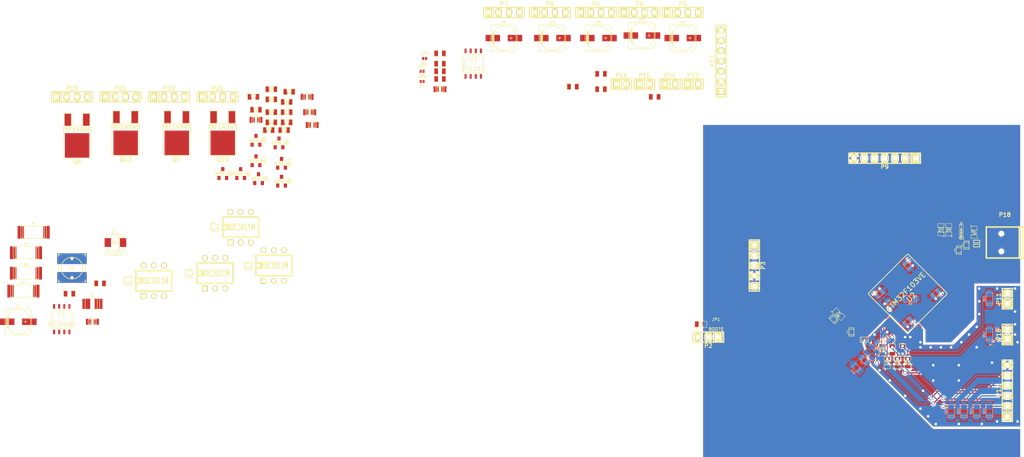
<source format=kicad_pcb>
(kicad_pcb (version 3) (host pcbnew "(2013-may-18)-stable")
  (layers (15 F.Cu signal) (0 B.Cu signal) (18 B.Paste user) (19 F.Paste user) (20 B.SilkS user) (21 F.SilkS user) (22 B.Mask user) (23 F.Mask user) (28 Edge.Cuts user))
  (net 0 "")
  (net 1 +12V)
  (net 2 AIN1)
  (net 3 AIN2)
  (net 4 AIN3)
  (net 5 AIN4)
  (net 6 AIN5)
  (net 7 AIN6)
  (net 8 BOOT0)
  (net 9 DM)
  (net 10 DP)
  (net 11 DR4MS2)
  (net 12 Dr1Dir)
  (net 13 Dr1Enable)
  (net 14 Dr1MS0)
  (net 15 Dr1MS1)
  (net 16 Dr1MS2)
  (net 17 Dr1Step)
  (net 18 Dr2Dir)
  (net 19 Dr2Enable)
  (net 20 Dr2MS0)
  (net 21 Dr2MS1)
  (net 22 Dr2MS2)
  (net 23 Dr2Step)
  (net 24 Dr3Dir)
  (net 25 Dr3Enable)
  (net 26 Dr3MS0)
  (net 27 Dr3MS1)
  (net 28 Dr3MS2)
  (net 29 Dr3Step)
  (net 30 Dr4Dir)
  (net 31 Dr4Enable)
  (net 32 Dr4MS0)
  (net 33 Dr4MS1)
  (net 34 Dr4Step)
  (net 35 Dr5Dir)
  (net 36 Dr5Enable)
  (net 37 Dr5MS0)
  (net 38 Dr5MS1)
  (net 39 Dr5MS2)
  (net 40 Dr5Step)
  (net 41 I2C_SCL)
  (net 42 I2C_SDA)
  (net 43 IN1)
  (net 44 IN10)
  (net 45 IN2)
  (net 46 IN3)
  (net 47 IN4)
  (net 48 IN6)
  (net 49 IN7)
  (net 50 IN8)
  (net 51 IN9)
  (net 52 N-0000010)
  (net 53 N-0000012)
  (net 54 N-00000122)
  (net 55 N-00000123)
  (net 56 N-00000124)
  (net 57 N-00000125)
  (net 58 N-00000126)
  (net 59 N-00000127)
  (net 60 N-00000128)
  (net 61 N-00000129)
  (net 62 N-0000013)
  (net 63 N-00000131)
  (net 64 N-00000132)
  (net 65 N-00000133)
  (net 66 N-00000134)
  (net 67 N-00000136)
  (net 68 N-00000137)
  (net 69 N-00000138)
  (net 70 N-00000141)
  (net 71 N-00000142)
  (net 72 N-00000143)
  (net 73 N-00000144)
  (net 74 N-00000145)
  (net 75 N-00000146)
  (net 76 N-00000147)
  (net 77 N-00000148)
  (net 78 N-0000017)
  (net 79 N-0000019)
  (net 80 N-000002)
  (net 81 N-0000021)
  (net 82 N-0000022)
  (net 83 N-0000023)
  (net 84 N-0000024)
  (net 85 N-0000025)
  (net 86 N-0000026)
  (net 87 N-0000027)
  (net 88 N-0000028)
  (net 89 N-0000029)
  (net 90 N-0000030)
  (net 91 N-0000038)
  (net 92 N-0000044)
  (net 93 N-0000045)
  (net 94 N-0000047)
  (net 95 N-0000048)
  (net 96 N-0000049)
  (net 97 N-000005)
  (net 98 N-0000050)
  (net 99 N-0000056)
  (net 100 N-000006)
  (net 101 N-000007)
  (net 102 N-000008)
  (net 103 N-000009)
  (net 104 NRST)
  (net 105 OSC_OUT)
  (net 106 OUT1)
  (net 107 OUT2)
  (net 108 OUT3)
  (net 109 OUT4)
  (net 110 OUT5)
  (net 111 OUT6)
  (net 112 PWM1)
  (net 113 PWM2)
  (net 114 PWM3)
  (net 115 PWM4)
  (net 116 SWCLK)
  (net 117 SWDIO)
  (net 118 USBEN)
  (net 119 VCOM)
  (net 120 VDD)
  (net 121 VREF+)
  (net 122 VREF-)
  (module USB_MINI_B (layer F.Cu) (at 340.995 113.665 180)
    (fp_text reference P18 (at 0 6.90118 180) (layer F.SilkS) (effects (font (size 1.016 1.016) (thickness 0.2032))))
    (fp_text value USB-MINI-B hide)
    (pad 1 smd rect (at 3.44932 -1.6002 180) (size 2.30124 0.50038) (layers F.Cu F.Paste F.Mask))
    (pad 2 smd rect (at 3.44932 -0.8001 180) (size 2.30124 0.50038) (layers F.Cu F.Paste F.Mask) (net 69 N-00000138))
    (pad 3 smd rect (at 3.44932 0 180) (size 2.30124 0.50038) (layers F.Cu F.Paste F.Mask) (net 68 N-00000137))
    (pad 4 smd rect (at 3.44932 0.8001 180) (size 2.30124 0.50038) (layers F.Cu F.Paste F.Mask))
    (pad 5 smd rect (at 3.44932 1.6002 180) (size 2.30124 0.50038) (layers F.Cu F.Paste F.Mask) (net 119 VCOM))
    (pad 6 smd rect (at 3.35026 -4.45008 180) (size 2.49936 1.99898) (layers F.Cu F.Paste F.Mask) (net 119 VCOM))
    (pad 7 smd rect (at -2.14884 -4.45008 180) (size 2.49936 1.99898) (layers F.Cu F.Paste F.Mask) (net 119 VCOM))
    (pad 8 smd rect (at 3.35026 4.45008 180) (size 2.49936 1.99898) (layers F.Cu F.Paste F.Mask) (net 119 VCOM))
    (pad 9 smd rect (at -2.14884 4.45008 180) (size 2.49936 1.99898) (layers F.Cu F.Paste F.Mask) (net 119 VCOM))
    (pad "" np_thru_hole circle (at 0.8509 -2.19964 180) (size 0.89916 0.89916) (drill 0.89916) (layers *.Cu *.Mask F.SilkS))
    (pad 2 np_thru_hole circle (at 0.8509 2.19964 180) (size 0.89916 0.89916) (drill 0.89916) (layers *.Cu *.Mask F.SilkS) (net 69 N-00000138))
  )
  (module SOT23 (layer F.Cu) (at 154.94 88.265)
    (fp_text reference Q8 (at 1.99898 -0.09906 90) (layer F.SilkS) (effects (font (size 0.762 0.762) (thickness 0.11938))))
    (fp_text value BC818-40 (at 0.0635 0) (layer F.SilkS) (effects (font (size 0.50038 0.50038) (thickness 0.09906))))
    (pad 3 smd rect (at 0 -1.09982) (size 0.8001 1.00076) (layers F.Cu F.Paste F.Mask) (net 1 +12V))
    (pad 2 smd rect (at 0.9525 1.09982) (size 0.8001 1.00076) (layers F.Cu F.Paste F.Mask) (net 88 N-0000028))
    (pad 1 smd rect (at -0.9525 1.09982) (size 0.8001 1.00076) (layers F.Cu F.Paste F.Mask) (net 79 N-0000019))
  )
  (module SOT23 (layer F.Cu) (at 160.655 88.9)
    (fp_text reference Q9 (at 1.99898 -0.09906 90) (layer F.SilkS) (effects (font (size 0.762 0.762) (thickness 0.11938))))
    (fp_text value BC808-40 (at 0.0635 0) (layer F.SilkS) (effects (font (size 0.50038 0.50038) (thickness 0.09906))))
    (pad 3 smd rect (at 0 -1.09982) (size 0.8001 1.00076) (layers F.Cu F.Paste F.Mask) (net 119 VCOM))
    (pad 2 smd rect (at 0.9525 1.09982) (size 0.8001 1.00076) (layers F.Cu F.Paste F.Mask) (net 88 N-0000028))
    (pad 1 smd rect (at -0.9525 1.09982) (size 0.8001 1.00076) (layers F.Cu F.Paste F.Mask) (net 79 N-0000019))
  )
  (module SOT23 (layer F.Cu) (at 154.94 93.345)
    (fp_text reference Q11 (at 1.99898 -0.09906 90) (layer F.SilkS) (effects (font (size 0.762 0.762) (thickness 0.11938))))
    (fp_text value BC818-40 (at 0.0635 0) (layer F.SilkS) (effects (font (size 0.50038 0.50038) (thickness 0.09906))))
    (pad 3 smd rect (at 0 -1.09982) (size 0.8001 1.00076) (layers F.Cu F.Paste F.Mask) (net 1 +12V))
    (pad 2 smd rect (at 0.9525 1.09982) (size 0.8001 1.00076) (layers F.Cu F.Paste F.Mask) (net 85 N-0000025))
    (pad 1 smd rect (at -0.9525 1.09982) (size 0.8001 1.00076) (layers F.Cu F.Paste F.Mask) (net 90 N-0000030))
  )
  (module SOT23 (layer F.Cu) (at 161.29 93.98)
    (fp_text reference Q12 (at 1.99898 -0.09906 90) (layer F.SilkS) (effects (font (size 0.762 0.762) (thickness 0.11938))))
    (fp_text value BC808-40 (at 0.0635 0) (layer F.SilkS) (effects (font (size 0.50038 0.50038) (thickness 0.09906))))
    (pad 3 smd rect (at 0 -1.09982) (size 0.8001 1.00076) (layers F.Cu F.Paste F.Mask) (net 119 VCOM))
    (pad 2 smd rect (at 0.9525 1.09982) (size 0.8001 1.00076) (layers F.Cu F.Paste F.Mask) (net 85 N-0000025))
    (pad 1 smd rect (at -0.9525 1.09982) (size 0.8001 1.00076) (layers F.Cu F.Paste F.Mask) (net 90 N-0000030))
  )
  (module SOT23 (layer F.Cu) (at 151.13 96.52)
    (fp_text reference Q2 (at 1.99898 -0.09906 90) (layer F.SilkS) (effects (font (size 0.762 0.762) (thickness 0.11938))))
    (fp_text value BC818-40 (at 0.0635 0) (layer F.SilkS) (effects (font (size 0.50038 0.50038) (thickness 0.09906))))
    (pad 3 smd rect (at 0 -1.09982) (size 0.8001 1.00076) (layers F.Cu F.Paste F.Mask) (net 1 +12V))
    (pad 2 smd rect (at 0.9525 1.09982) (size 0.8001 1.00076) (layers F.Cu F.Paste F.Mask) (net 95 N-0000048))
    (pad 1 smd rect (at -0.9525 1.09982) (size 0.8001 1.00076) (layers F.Cu F.Paste F.Mask) (net 52 N-0000010))
  )
  (module SOT23 (layer F.Cu) (at 146.685 96.52)
    (fp_text reference Q3 (at 1.99898 -0.09906 90) (layer F.SilkS) (effects (font (size 0.762 0.762) (thickness 0.11938))))
    (fp_text value BC808-40 (at 0.0635 0) (layer F.SilkS) (effects (font (size 0.50038 0.50038) (thickness 0.09906))))
    (pad 3 smd rect (at 0 -1.09982) (size 0.8001 1.00076) (layers F.Cu F.Paste F.Mask) (net 119 VCOM))
    (pad 2 smd rect (at 0.9525 1.09982) (size 0.8001 1.00076) (layers F.Cu F.Paste F.Mask) (net 95 N-0000048))
    (pad 1 smd rect (at -0.9525 1.09982) (size 0.8001 1.00076) (layers F.Cu F.Paste F.Mask) (net 52 N-0000010))
  )
  (module SOT23 (layer F.Cu) (at 155.575 97.79)
    (fp_text reference Q5 (at 1.99898 -0.09906 90) (layer F.SilkS) (effects (font (size 0.762 0.762) (thickness 0.11938))))
    (fp_text value BC818-40 (at 0.0635 0) (layer F.SilkS) (effects (font (size 0.50038 0.50038) (thickness 0.09906))))
    (pad 3 smd rect (at 0 -1.09982) (size 0.8001 1.00076) (layers F.Cu F.Paste F.Mask) (net 1 +12V))
    (pad 2 smd rect (at 0.9525 1.09982) (size 0.8001 1.00076) (layers F.Cu F.Paste F.Mask) (net 93 N-0000045))
    (pad 1 smd rect (at -0.9525 1.09982) (size 0.8001 1.00076) (layers F.Cu F.Paste F.Mask) (net 98 N-0000050))
  )
  (module SOT23 (layer F.Cu) (at 161.29 98.425)
    (fp_text reference Q6 (at 1.99898 -0.09906 90) (layer F.SilkS) (effects (font (size 0.762 0.762) (thickness 0.11938))))
    (fp_text value BC808-40 (at 0.0635 0) (layer F.SilkS) (effects (font (size 0.50038 0.50038) (thickness 0.09906))))
    (pad 3 smd rect (at 0 -1.09982) (size 0.8001 1.00076) (layers F.Cu F.Paste F.Mask) (net 119 VCOM))
    (pad 2 smd rect (at 0.9525 1.09982) (size 0.8001 1.00076) (layers F.Cu F.Paste F.Mask) (net 93 N-0000045))
    (pad 1 smd rect (at -0.9525 1.09982) (size 0.8001 1.00076) (layers F.Cu F.Paste F.Mask) (net 98 N-0000050))
  )
  (module SOT23 (layer F.Cu) (at 330.2 110.49 270)
    (fp_text reference Q1 (at 1.99898 -0.09906 360) (layer F.SilkS) (effects (font (size 0.762 0.762) (thickness 0.11938))))
    (fp_text value BC808-40 (at 0.0635 0 270) (layer F.SilkS) (effects (font (size 0.50038 0.50038) (thickness 0.09906))))
    (pad 3 smd rect (at 0 -1.09982 270) (size 0.8001 1.00076) (layers F.Cu F.Paste F.Mask) (net 67 N-00000136))
    (pad 2 smd rect (at 0.9525 1.09982 270) (size 0.8001 1.00076) (layers F.Cu F.Paste F.Mask) (net 120 VDD))
    (pad 1 smd rect (at -0.9525 1.09982 270) (size 0.8001 1.00076) (layers F.Cu F.Paste F.Mask) (net 99 N-0000056))
  )
  (module SO8N (layer F.Cu) (at 208.915 69.215)
    (fp_text reference U3 (at 0 -1.27) (layer F.SilkS) (effects (font (size 1.143 1.016) (thickness 0.127))))
    (fp_text value 24C512 (at 0 1.27) (layer F.SilkS) (effects (font (size 1.016 1.016) (thickness 0.127))))
    (pad 8 smd rect (at -1.905 -3.175) (size 0.508 1.143) (layers F.Cu F.Paste F.Mask) (net 120 VDD))
    (pad 7 smd rect (at -0.635 -3.175) (size 0.508 1.143) (layers F.Cu F.Paste F.Mask) (net 62 N-0000013))
    (pad 6 smd rect (at 0.635 -3.175) (size 0.508 1.143) (layers F.Cu F.Paste F.Mask) (net 41 I2C_SCL))
    (pad 5 smd rect (at 1.905 -3.175) (size 0.508 1.143) (layers F.Cu F.Paste F.Mask) (net 42 I2C_SDA))
    (pad 4 smd rect (at 1.905 3.175) (size 0.508 1.143) (layers F.Cu F.Paste F.Mask) (net 119 VCOM))
    (pad 3 smd rect (at 0.635 3.175) (size 0.508 1.143) (layers F.Cu F.Paste F.Mask) (net 102 N-000008))
    (pad 2 smd rect (at -0.635 3.175) (size 0.508 1.143) (layers F.Cu F.Paste F.Mask) (net 101 N-000007))
    (pad 1 smd rect (at -1.905 3.175) (size 0.508 1.143) (layers F.Cu F.Paste F.Mask) (net 100 N-000006))
  )
  (module SO8N (layer F.Cu) (at 106.68 132.715)
    (fp_text reference U1 (at 0 -1.27) (layer F.SilkS) (effects (font (size 1.143 1.016) (thickness 0.127))))
    (fp_text value MC34063 (at 0 1.27) (layer F.SilkS) (effects (font (size 1.016 1.016) (thickness 0.127))))
    (pad 8 smd rect (at -1.905 -3.175) (size 0.508 1.143) (layers F.Cu F.Paste F.Mask) (net 83 N-0000023))
    (pad 7 smd rect (at -0.635 -3.175) (size 0.508 1.143) (layers F.Cu F.Paste F.Mask) (net 83 N-0000023))
    (pad 6 smd rect (at 0.635 -3.175) (size 0.508 1.143) (layers F.Cu F.Paste F.Mask) (net 1 +12V))
    (pad 5 smd rect (at 1.905 -3.175) (size 0.508 1.143) (layers F.Cu F.Paste F.Mask) (net 80 N-000002))
    (pad 4 smd rect (at 1.905 3.175) (size 0.508 1.143) (layers F.Cu F.Paste F.Mask) (net 119 VCOM))
    (pad 3 smd rect (at 0.635 3.175) (size 0.508 1.143) (layers F.Cu F.Paste F.Mask) (net 103 N-000009))
    (pad 2 smd rect (at -0.635 3.175) (size 0.508 1.143) (layers F.Cu F.Paste F.Mask) (net 91 N-0000038))
    (pad 1 smd rect (at -1.905 3.175) (size 0.508 1.143) (layers F.Cu F.Paste F.Mask) (net 83 N-0000023))
  )
  (module SM0805_Opendous (layer F.Cu) (at 116.205 123.825)
    (fp_text reference R6 hide)
    (fp_text value 2k hide)
    (pad 1 smd rect (at -0.9525 0) (size 0.889 1.397) (layers F.Cu F.Paste F.Mask) (net 80 N-000002))
    (pad 2 smd rect (at 0.9525 0) (size 0.889 1.397) (layers F.Cu F.Paste F.Mask) (net 120 VDD))
  )
  (module SM0805_Opendous (layer F.Cu) (at 240.665 71.755)
    (fp_text reference R17 hide)
    (fp_text value 10k hide)
    (pad 1 smd rect (at -0.9525 0) (size 0.889 1.397) (layers F.Cu F.Paste F.Mask) (net 120 VDD))
    (pad 2 smd rect (at 0.9525 0) (size 0.889 1.397) (layers F.Cu F.Paste F.Mask) (net 46 IN3))
  )
  (module SM0805_Opendous (layer F.Cu) (at 240.665 75.565)
    (fp_text reference R16 hide)
    (fp_text value 10k hide)
    (pad 1 smd rect (at -0.9525 0) (size 0.889 1.397) (layers F.Cu F.Paste F.Mask) (net 120 VDD))
    (pad 2 smd rect (at 0.9525 0) (size 0.889 1.397) (layers F.Cu F.Paste F.Mask) (net 45 IN2))
  )
  (module SM0805_Opendous (layer F.Cu) (at 233.68 74.93)
    (fp_text reference R15 hide)
    (fp_text value 10k hide)
    (pad 1 smd rect (at -0.9525 0) (size 0.889 1.397) (layers F.Cu F.Paste F.Mask) (net 120 VDD))
    (pad 2 smd rect (at 0.9525 0) (size 0.889 1.397) (layers F.Cu F.Paste F.Mask) (net 43 IN1))
  )
  (module SM0805_Opendous (layer F.Cu) (at 315.595 140.335 270)
    (fp_text reference R14 hide)
    (fp_text value 47k hide)
    (pad 1 smd rect (at -0.9525 0 270) (size 0.889 1.397) (layers F.Cu F.Paste F.Mask) (net 4 AIN3))
    (pad 2 smd rect (at 0.9525 0 270) (size 0.889 1.397) (layers F.Cu F.Paste F.Mask) (net 122 VREF-))
  )
  (module SM0805_Opendous (layer F.Cu) (at 254 77.47)
    (fp_text reference R18 hide)
    (fp_text value 10k hide)
    (pad 1 smd rect (at -0.9525 0) (size 0.889 1.397) (layers F.Cu F.Paste F.Mask) (net 120 VDD))
    (pad 2 smd rect (at 0.9525 0) (size 0.889 1.397) (layers F.Cu F.Paste F.Mask) (net 47 IN4))
  )
  (module SM0805_Opendous (layer F.Cu) (at 313.055 140.335 270)
    (fp_text reference R13 hide)
    (fp_text value 47k hide)
    (pad 1 smd rect (at -0.9525 0 270) (size 0.889 1.397) (layers F.Cu F.Paste F.Mask) (net 2 AIN1))
    (pad 2 smd rect (at 0.9525 0 270) (size 0.889 1.397) (layers F.Cu F.Paste F.Mask) (net 122 VREF-))
  )
  (module SM0805_Opendous (layer F.Cu) (at 200.66 66.675)
    (fp_text reference R9 hide)
    (fp_text value 10k hide)
    (pad 1 smd rect (at -0.9525 0) (size 0.889 1.397) (layers F.Cu F.Paste F.Mask) (net 120 VDD))
    (pad 2 smd rect (at 0.9525 0) (size 0.889 1.397) (layers F.Cu F.Paste F.Mask) (net 102 N-000008))
  )
  (module SM0805_Opendous (layer F.Cu) (at 200.66 69.215)
    (fp_text reference R12 hide)
    (fp_text value 10k hide)
    (pad 1 smd rect (at -0.9525 0) (size 0.889 1.397) (layers F.Cu F.Paste F.Mask) (net 120 VDD))
    (pad 2 smd rect (at 0.9525 0) (size 0.889 1.397) (layers F.Cu F.Paste F.Mask) (net 62 N-0000013))
  )
  (module SM0805_Opendous (layer F.Cu) (at 200.66 71.12)
    (fp_text reference R10 hide)
    (fp_text value 10k hide)
    (pad 1 smd rect (at -0.9525 0) (size 0.889 1.397) (layers F.Cu F.Paste F.Mask) (net 120 VDD))
    (pad 2 smd rect (at 0.9525 0) (size 0.889 1.397) (layers F.Cu F.Paste F.Mask) (net 101 N-000007))
  )
  (module SM0805_Opendous (layer F.Cu) (at 200.66 73.025)
    (fp_text reference R11 hide)
    (fp_text value 10k hide)
    (pad 1 smd rect (at -0.9525 0) (size 0.889 1.397) (layers F.Cu F.Paste F.Mask) (net 120 VDD))
    (pad 2 smd rect (at 0.9525 0) (size 0.889 1.397) (layers F.Cu F.Paste F.Mask) (net 100 N-000006))
  )
  (module SM0805_Opendous (layer B.Cu) (at 307.34 140.335 45)
    (fp_text reference L3 hide)
    (fp_text value 10uH hide)
    (pad 1 smd rect (at -0.9525 0 45) (size 0.889 1.397) (layers B.Cu B.Paste B.Mask) (net 119 VCOM))
    (pad 2 smd rect (at 0.9525 0 45) (size 0.889 1.397) (layers B.Cu B.Paste B.Mask) (net 122 VREF-))
  )
  (module SM0805_Opendous (layer B.Cu) (at 308.61 141.605 45)
    (fp_text reference L2 hide)
    (fp_text value 10uH hide)
    (pad 1 smd rect (at -0.9525 0 45) (size 0.889 1.397) (layers B.Cu B.Paste B.Mask) (net 120 VDD))
    (pad 2 smd rect (at 0.9525 0 45) (size 0.889 1.397) (layers B.Cu B.Paste B.Mask) (net 121 VREF+))
  )
  (module SM0805_Opendous (layer F.Cu) (at 108.585 126.365)
    (fp_text reference R5 hide)
    (fp_text value 1,2k hide)
    (pad 1 smd rect (at -0.9525 0) (size 0.889 1.397) (layers F.Cu F.Paste F.Mask) (net 80 N-000002))
    (pad 2 smd rect (at 0.9525 0) (size 0.889 1.397) (layers F.Cu F.Paste F.Mask) (net 119 VCOM))
  )
  (module SM0805 (layer F.Cu) (at 158.115 85.725)
    (fp_text reference R28 (at 0 -0.3175) (layer F.SilkS) (effects (font (size 0.50038 0.50038) (thickness 0.10922))))
    (fp_text value 1k (at 0 0.381) (layer F.SilkS) (effects (font (size 0.50038 0.50038) (thickness 0.10922))))
    (pad 1 smd rect (at -0.9525 0) (size 0.889 1.397) (layers F.Cu F.Paste F.Mask) (net 96 N-0000049))
    (pad 2 smd rect (at 0.9525 0) (size 0.889 1.397) (layers F.Cu F.Paste F.Mask) (net 98 N-0000050))
  )
  (module SM0805 (layer F.Cu) (at 161.925 85.725)
    (fp_text reference R29 (at 0 -0.3175) (layer F.SilkS) (effects (font (size 0.50038 0.50038) (thickness 0.10922))))
    (fp_text value 20R (at 0 0.381) (layer F.SilkS) (effects (font (size 0.50038 0.50038) (thickness 0.10922))))
    (pad 1 smd rect (at -0.9525 0) (size 0.889 1.397) (layers F.Cu F.Paste F.Mask) (net 93 N-0000045))
    (pad 2 smd rect (at 0.9525 0) (size 0.889 1.397) (layers F.Cu F.Paste F.Mask) (net 78 N-0000017))
  )
  (module SM0805 (layer F.Cu) (at 158.75 83.82)
    (fp_text reference R27 (at 0 -0.3175) (layer F.SilkS) (effects (font (size 0.50038 0.50038) (thickness 0.10922))))
    (fp_text value 10k (at 0 0.381) (layer F.SilkS) (effects (font (size 0.50038 0.50038) (thickness 0.10922))))
    (pad 1 smd rect (at -0.9525 0) (size 0.889 1.397) (layers F.Cu F.Paste F.Mask) (net 96 N-0000049))
    (pad 2 smd rect (at 0.9525 0) (size 0.889 1.397) (layers F.Cu F.Paste F.Mask) (net 1 +12V))
  )
  (module SM0805 (layer F.Cu) (at 162.56 83.82)
    (fp_text reference R25 (at 0 -0.3175) (layer F.SilkS) (effects (font (size 0.50038 0.50038) (thickness 0.10922))))
    (fp_text value 1k (at 0 0.381) (layer F.SilkS) (effects (font (size 0.50038 0.50038) (thickness 0.10922))))
    (pad 1 smd rect (at -0.9525 0) (size 0.889 1.397) (layers F.Cu F.Paste F.Mask) (net 86 N-0000026))
    (pad 2 smd rect (at 0.9525 0) (size 0.889 1.397) (layers F.Cu F.Paste F.Mask) (net 52 N-0000010))
  )
  (module SM0805 (layer F.Cu) (at 158.75 81.28)
    (fp_text reference R30 (at 0 -0.3175) (layer F.SilkS) (effects (font (size 0.50038 0.50038) (thickness 0.10922))))
    (fp_text value 10k (at 0 0.381) (layer F.SilkS) (effects (font (size 0.50038 0.50038) (thickness 0.10922))))
    (pad 1 smd rect (at -0.9525 0) (size 0.889 1.397) (layers F.Cu F.Paste F.Mask) (net 82 N-0000022))
    (pad 2 smd rect (at 0.9525 0) (size 0.889 1.397) (layers F.Cu F.Paste F.Mask) (net 1 +12V))
  )
  (module SM0805 (layer F.Cu) (at 162.56 81.28)
    (fp_text reference R26 (at 0 -0.3175) (layer F.SilkS) (effects (font (size 0.50038 0.50038) (thickness 0.10922))))
    (fp_text value 20R (at 0 0.381) (layer F.SilkS) (effects (font (size 0.50038 0.50038) (thickness 0.10922))))
    (pad 1 smd rect (at -0.9525 0) (size 0.889 1.397) (layers F.Cu F.Paste F.Mask) (net 95 N-0000048))
    (pad 2 smd rect (at 0.9525 0) (size 0.889 1.397) (layers F.Cu F.Paste F.Mask) (net 53 N-0000012))
  )
  (module SM0805 (layer F.Cu) (at 154.94 80.645)
    (fp_text reference R24 (at 0 -0.3175) (layer F.SilkS) (effects (font (size 0.50038 0.50038) (thickness 0.10922))))
    (fp_text value 10k (at 0 0.381) (layer F.SilkS) (effects (font (size 0.50038 0.50038) (thickness 0.10922))))
    (pad 1 smd rect (at -0.9525 0) (size 0.889 1.397) (layers F.Cu F.Paste F.Mask) (net 86 N-0000026))
    (pad 2 smd rect (at 0.9525 0) (size 0.889 1.397) (layers F.Cu F.Paste F.Mask) (net 1 +12V))
  )
  (module SM0805 (layer F.Cu) (at 154.305 77.47)
    (fp_text reference R34 (at 0 -0.3175) (layer F.SilkS) (effects (font (size 0.50038 0.50038) (thickness 0.10922))))
    (fp_text value 1k (at 0 0.381) (layer F.SilkS) (effects (font (size 0.50038 0.50038) (thickness 0.10922))))
    (pad 1 smd rect (at -0.9525 0) (size 0.889 1.397) (layers F.Cu F.Paste F.Mask) (net 89 N-0000029))
    (pad 2 smd rect (at 0.9525 0) (size 0.889 1.397) (layers F.Cu F.Paste F.Mask) (net 90 N-0000030))
  )
  (module SM0805 (layer F.Cu) (at 158.75 78.105)
    (fp_text reference R35 (at 0 -0.3175) (layer F.SilkS) (effects (font (size 0.50038 0.50038) (thickness 0.10922))))
    (fp_text value 20R (at 0 0.381) (layer F.SilkS) (effects (font (size 0.50038 0.50038) (thickness 0.10922))))
    (pad 1 smd rect (at -0.9525 0) (size 0.889 1.397) (layers F.Cu F.Paste F.Mask) (net 85 N-0000025))
    (pad 2 smd rect (at 0.9525 0) (size 0.889 1.397) (layers F.Cu F.Paste F.Mask) (net 81 N-0000021))
  )
  (module SM0805 (layer F.Cu) (at 314.325 143.51 270)
    (fp_text reference R36 (at 0 -0.3175 270) (layer F.SilkS) (effects (font (size 0.50038 0.50038) (thickness 0.10922))))
    (fp_text value 47k (at 0 0.381 270) (layer F.SilkS) (effects (font (size 0.50038 0.50038) (thickness 0.10922))))
    (pad 1 smd rect (at -0.9525 0 270) (size 0.889 1.397) (layers F.Cu F.Paste F.Mask) (net 3 AIN2))
    (pad 2 smd rect (at 0.9525 0 270) (size 0.889 1.397) (layers F.Cu F.Paste F.Mask) (net 122 VREF-))
  )
  (module SM0805 (layer F.Cu) (at 162.56 78.74)
    (fp_text reference R33 (at 0 -0.3175) (layer F.SilkS) (effects (font (size 0.50038 0.50038) (thickness 0.10922))))
    (fp_text value 10k (at 0 0.381) (layer F.SilkS) (effects (font (size 0.50038 0.50038) (thickness 0.10922))))
    (pad 1 smd rect (at -0.9525 0) (size 0.889 1.397) (layers F.Cu F.Paste F.Mask) (net 89 N-0000029))
    (pad 2 smd rect (at 0.9525 0) (size 0.889 1.397) (layers F.Cu F.Paste F.Mask) (net 1 +12V))
  )
  (module SM0805 (layer F.Cu) (at 316.865 143.51 270)
    (fp_text reference R37 (at 0 -0.3175 270) (layer F.SilkS) (effects (font (size 0.50038 0.50038) (thickness 0.10922))))
    (fp_text value 47k (at 0 0.381 270) (layer F.SilkS) (effects (font (size 0.50038 0.50038) (thickness 0.10922))))
    (pad 1 smd rect (at -0.9525 0 270) (size 0.889 1.397) (layers F.Cu F.Paste F.Mask) (net 5 AIN4))
    (pad 2 smd rect (at 0.9525 0 270) (size 0.889 1.397) (layers F.Cu F.Paste F.Mask) (net 122 VREF-))
  )
  (module SM0805 (layer F.Cu) (at 163.195 76.2)
    (fp_text reference R31 (at 0 -0.3175) (layer F.SilkS) (effects (font (size 0.50038 0.50038) (thickness 0.10922))))
    (fp_text value 1k (at 0 0.381) (layer F.SilkS) (effects (font (size 0.50038 0.50038) (thickness 0.10922))))
    (pad 1 smd rect (at -0.9525 0) (size 0.889 1.397) (layers F.Cu F.Paste F.Mask) (net 82 N-0000022))
    (pad 2 smd rect (at 0.9525 0) (size 0.889 1.397) (layers F.Cu F.Paste F.Mask) (net 79 N-0000019))
  )
  (module SM0805 (layer F.Cu) (at 310.515 140.335 270)
    (fp_text reference R38 (at 0 -0.3175 270) (layer F.SilkS) (effects (font (size 0.50038 0.50038) (thickness 0.10922))))
    (fp_text value 47k (at 0 0.381 270) (layer F.SilkS) (effects (font (size 0.50038 0.50038) (thickness 0.10922))))
    (pad 1 smd rect (at -0.9525 0 270) (size 0.889 1.397) (layers F.Cu F.Paste F.Mask) (net 6 AIN5))
    (pad 2 smd rect (at 0.9525 0 270) (size 0.889 1.397) (layers F.Cu F.Paste F.Mask) (net 122 VREF-))
  )
  (module SM0805 (layer F.Cu) (at 158.75 75.565)
    (fp_text reference R32 (at 0 -0.3175) (layer F.SilkS) (effects (font (size 0.50038 0.50038) (thickness 0.10922))))
    (fp_text value 20R (at 0 0.381) (layer F.SilkS) (effects (font (size 0.50038 0.50038) (thickness 0.10922))))
    (pad 1 smd rect (at -0.9525 0) (size 0.889 1.397) (layers F.Cu F.Paste F.Mask) (net 88 N-0000028))
    (pad 2 smd rect (at 0.9525 0) (size 0.889 1.397) (layers F.Cu F.Paste F.Mask) (net 97 N-000005))
  )
  (module SM0805 (layer F.Cu) (at 311.785 143.51 270)
    (fp_text reference R39 (at 0 -0.3175 270) (layer F.SilkS) (effects (font (size 0.50038 0.50038) (thickness 0.10922))))
    (fp_text value 47k (at 0 0.381 270) (layer F.SilkS) (effects (font (size 0.50038 0.50038) (thickness 0.10922))))
    (pad 1 smd rect (at -0.9525 0 270) (size 0.889 1.397) (layers F.Cu F.Paste F.Mask) (net 7 AIN6))
    (pad 2 smd rect (at 0.9525 0 270) (size 0.889 1.397) (layers F.Cu F.Paste F.Mask) (net 122 VREF-))
  )
  (module SM0402_Opendous (layer F.Cu) (at 334.01 113.411)
    (fp_text reference R23 hide)
    (fp_text value 33R hide)
    (pad 1 smd rect (at -0.42418 0) (size 0.39878 0.44958) (layers F.Cu F.Paste F.Mask) (net 10 DP))
    (pad 2 smd rect (at 0.42418 0) (size 0.39878 0.44958) (layers F.Cu F.Paste F.Mask) (net 68 N-00000137))
  )
  (module SM0402_Opendous (layer F.Cu) (at 334.01 114.427)
    (fp_text reference R22 hide)
    (fp_text value 33R hide)
    (pad 1 smd rect (at -0.42418 0) (size 0.39878 0.44958) (layers F.Cu F.Paste F.Mask) (net 9 DM))
    (pad 2 smd rect (at 0.42418 0) (size 0.39878 0.44958) (layers F.Cu F.Paste F.Mask) (net 69 N-00000138))
  )
  (module S_JUMPER_2 (layer F.Cu) (at 196.85 67.945)
    (fp_text reference JP4 (at 0 -1.2) (layer F.SilkS) (effects (font (size 0.762 0.762) (thickness 0.127))))
    (fp_text value A0 (at 0 1.2) (layer F.SilkS) (effects (font (size 0.762 0.762) (thickness 0.127))))
    (pad 1 smd rect (at -0.3556 0) (size 0.508 0.762) (layers F.Cu F.Paste F.Mask) (net 119 VCOM) (clearance 0.2032))
    (pad 2 smd rect (at 0.3556 0) (size 0.508 0.762) (layers F.Cu F.Paste F.Mask) (net 100 N-000006) (clearance 0.2032))
  )
  (module S_JUMPER_2 (layer F.Cu) (at 269.24 133.985)
    (fp_text reference JP1 (at 0 -1.2) (layer F.SilkS) (effects (font (size 0.762 0.762) (thickness 0.127))))
    (fp_text value BOOT0 (at 0 1.2) (layer F.SilkS) (effects (font (size 0.762 0.762) (thickness 0.127))))
    (pad 1 smd rect (at -0.3556 0) (size 0.508 0.762) (layers F.Cu F.Paste F.Mask) (net 119 VCOM) (clearance 0.2032))
    (pad 2 smd rect (at 0.3556 0) (size 0.508 0.762) (layers F.Cu F.Paste F.Mask) (net 8 BOOT0) (clearance 0.2032))
  )
  (module S_JUMPER_2 (layer F.Cu) (at 196.215 71.12)
    (fp_text reference JP2 (at 0 -1.2) (layer F.SilkS) (effects (font (size 0.762 0.762) (thickness 0.127))))
    (fp_text value A2 (at 0 1.2) (layer F.SilkS) (effects (font (size 0.762 0.762) (thickness 0.127))))
    (pad 1 smd rect (at -0.3556 0) (size 0.508 0.762) (layers F.Cu F.Paste F.Mask) (net 119 VCOM) (clearance 0.2032))
    (pad 2 smd rect (at 0.3556 0) (size 0.508 0.762) (layers F.Cu F.Paste F.Mask) (net 102 N-000008) (clearance 0.2032))
  )
  (module S_JUMPER_2 (layer F.Cu) (at 196.215 73.66)
    (fp_text reference JP3 (at 0 -1.2) (layer F.SilkS) (effects (font (size 0.762 0.762) (thickness 0.127))))
    (fp_text value A1 (at 0 1.2) (layer F.SilkS) (effects (font (size 0.762 0.762) (thickness 0.127))))
    (pad 1 smd rect (at -0.3556 0) (size 0.508 0.762) (layers F.Cu F.Paste F.Mask) (net 119 VCOM) (clearance 0.2032))
    (pad 2 smd rect (at 0.3556 0) (size 0.508 0.762) (layers F.Cu F.Paste F.Mask) (net 101 N-000007) (clearance 0.2032))
  )
  (module r_2512 (layer F.Cu) (at 97.155 125.73)
    (fp_text reference R4 (at 0 -2.159) (layer F.SilkS) (effects (font (size 0.50038 0.50038) (thickness 0.11938))))
    (fp_text value 0,47 hide)
    (pad 1 smd rect (at 3.1877 0) (size 1.6002 3.175) (layers F.Cu F.Paste F.Mask) (net 1 +12V))
    (pad 2 smd rect (at -3.1877 0) (size 1.6002 3.175) (layers F.Cu F.Paste F.Mask) (net 83 N-0000023))
  )
  (module r_2512 (layer F.Cu) (at 97.79 121.285)
    (fp_text reference R3 (at 0 -2.159) (layer F.SilkS) (effects (font (size 0.50038 0.50038) (thickness 0.11938))))
    (fp_text value 0,47 hide)
    (pad 1 smd rect (at 3.1877 0) (size 1.6002 3.175) (layers F.Cu F.Paste F.Mask) (net 1 +12V))
    (pad 2 smd rect (at -3.1877 0) (size 1.6002 3.175) (layers F.Cu F.Paste F.Mask) (net 83 N-0000023))
  )
  (module r_2512 (layer F.Cu) (at 97.79 116.205)
    (fp_text reference R2 (at 0 -2.159) (layer F.SilkS) (effects (font (size 0.50038 0.50038) (thickness 0.11938))))
    (fp_text value 0,47 hide)
    (pad 1 smd rect (at 3.1877 0) (size 1.6002 3.175) (layers F.Cu F.Paste F.Mask) (net 1 +12V))
    (pad 2 smd rect (at -3.1877 0) (size 1.6002 3.175) (layers F.Cu F.Paste F.Mask) (net 83 N-0000023))
  )
  (module r_2512 (layer F.Cu) (at 99.695 111.125)
    (fp_text reference R1 (at 0 -2.159) (layer F.SilkS) (effects (font (size 0.50038 0.50038) (thickness 0.11938))))
    (fp_text value 0,47 hide)
    (pad 1 smd rect (at 3.1877 0) (size 1.6002 3.175) (layers F.Cu F.Paste F.Mask) (net 1 +12V))
    (pad 2 smd rect (at -3.1877 0) (size 1.6002 3.175) (layers F.Cu F.Paste F.Mask) (net 83 N-0000023))
  )
  (module pin_socket_7 (layer F.Cu) (at 270.51 68.58 90)
    (fp_text reference P17 (at 0 -2.159 90) (layer F.SilkS) (effects (font (size 1.016 1.016) (thickness 0.2032))))
    (fp_text value "DIGITAL INP" hide)
    (pad 1 thru_hole rect (at -7.62 0 90) (size 1.524 2.19964) (drill 1.00076) (layers *.Cu *.Mask F.SilkS))
    (pad 2 thru_hole oval (at -5.08 0 90) (size 1.524 2.19964) (drill 1.00076) (layers *.Cu *.Mask F.SilkS) (net 48 IN6))
    (pad 3 thru_hole oval (at -2.54 0 90) (size 1.524 2.19964) (drill 1.00076) (layers *.Cu *.Mask F.SilkS) (net 49 IN7))
    (pad 4 thru_hole oval (at 0 0 90) (size 1.524 2.19964) (drill 1.00076) (layers *.Cu *.Mask F.SilkS) (net 50 IN8))
    (pad 5 thru_hole oval (at 2.54 0 90) (size 1.524 2.19964) (drill 1.00076) (layers *.Cu *.Mask F.SilkS) (net 51 IN9))
    (pad 6 thru_hole oval (at 5.08 0 90) (size 1.524 2.19964) (drill 1.00076) (layers *.Cu *.Mask F.SilkS) (net 44 IN10))
    (pad 7 thru_hole oval (at 7.62 0 90) (size 1.524 2.19964) (drill 1.00076) (layers *.Cu *.Mask F.SilkS) (net 119 VCOM))
  )
  (module pin_socket_7 (layer F.Cu) (at 311.15 92.71 180)
    (fp_text reference P9 (at 0 -2.159 180) (layer F.SilkS) (effects (font (size 1.016 1.016) (thickness 0.2032))))
    (fp_text value "DIGITAL OUT" hide)
    (pad 1 thru_hole rect (at -7.62 0 180) (size 1.524 2.19964) (drill 1.00076) (layers *.Cu *.Mask F.SilkS) (net 106 OUT1))
    (pad 2 thru_hole oval (at -5.08 0 180) (size 1.524 2.19964) (drill 1.00076) (layers *.Cu *.Mask F.SilkS) (net 107 OUT2))
    (pad 3 thru_hole oval (at -2.54 0 180) (size 1.524 2.19964) (drill 1.00076) (layers *.Cu *.Mask F.SilkS) (net 108 OUT3))
    (pad 4 thru_hole oval (at 0 0 180) (size 1.524 2.19964) (drill 1.00076) (layers *.Cu *.Mask F.SilkS) (net 109 OUT4))
    (pad 5 thru_hole oval (at 2.54 0 180) (size 1.524 2.19964) (drill 1.00076) (layers *.Cu *.Mask F.SilkS) (net 110 OUT5))
    (pad 6 thru_hole oval (at 5.08 0 180) (size 1.524 2.19964) (drill 1.00076) (layers *.Cu *.Mask F.SilkS) (net 111 OUT6))
    (pad 7 thru_hole oval (at 7.62 0 180) (size 1.524 2.19964) (drill 1.00076) (layers *.Cu *.Mask F.SilkS) (net 119 VCOM))
  )
  (module pin_socket_6 (layer F.Cu) (at 341.63 150.495 90)
    (fp_text reference P12 (at 0 -2.159 90) (layer F.SilkS) (effects (font (size 1.016 1.016) (thickness 0.2032))))
    (fp_text value "ANALOG IN" hide)
    (pad 1 thru_hole rect (at -6.35 0 90) (size 1.524 2.19964) (drill 1.00076) (layers *.Cu *.Mask F.SilkS) (net 121 VREF+))
    (pad 2 thru_hole oval (at -3.81 0 90) (size 1.524 2.19964) (drill 1.00076) (layers *.Cu *.Mask F.SilkS) (net 3 AIN2))
    (pad 3 thru_hole oval (at -1.27 0 90) (size 1.524 2.19964) (drill 1.00076) (layers *.Cu *.Mask F.SilkS) (net 5 AIN4))
    (pad 4 thru_hole oval (at 1.27 0 90) (size 1.524 2.19964) (drill 1.00076) (layers *.Cu *.Mask F.SilkS) (net 6 AIN5))
    (pad 5 thru_hole oval (at 3.81 0 90) (size 1.524 2.19964) (drill 1.00076) (layers *.Cu *.Mask F.SilkS) (net 7 AIN6))
    (pad 6 thru_hole oval (at 6.35 0 90) (size 1.524 2.19964) (drill 1.00076) (layers *.Cu *.Mask F.SilkS) (net 122 VREF-))
  )
  (module pin_socket_5 (layer F.Cu) (at 278.765 119.38 270)
    (fp_text reference P3 (at 0 -2.159 270) (layer F.SilkS) (effects (font (size 1.016 1.016) (thickness 0.2032))))
    (fp_text value PROG hide)
    (pad 1 thru_hole rect (at -5.08 0 270) (size 1.524 2.19964) (drill 1.00076) (layers *.Cu *.Mask F.SilkS) (net 104 NRST))
    (pad 2 thru_hole oval (at -2.54 0 270) (size 1.524 2.19964) (drill 1.00076) (layers *.Cu *.Mask F.SilkS) (net 117 SWDIO))
    (pad 3 thru_hole oval (at 0 0 270) (size 1.524 2.19964) (drill 1.00076) (layers *.Cu *.Mask F.SilkS) (net 116 SWCLK))
    (pad 4 thru_hole oval (at 2.54 0 270) (size 1.524 2.19964) (drill 1.00076) (layers *.Cu *.Mask F.SilkS) (net 119 VCOM))
    (pad 5 thru_hole oval (at 5.08 0 270) (size 1.524 2.19964) (drill 1.00076) (layers *.Cu *.Mask F.SilkS) (net 120 VDD))
  )
  (module pin_socket_4 (layer F.Cu) (at 109.22 77.47)
    (fp_text reference P19 (at 0 -2.159) (layer F.SilkS) (effects (font (size 1.016 1.016) (thickness 0.2032))))
    (fp_text value "PWM 1" hide)
    (pad 1 thru_hole rect (at -3.81 0) (size 1.524 2.19964) (drill 1.00076) (layers *.Cu *.Mask F.SilkS) (net 1 +12V))
    (pad 2 thru_hole oval (at -1.27 0) (size 1.524 2.19964) (drill 1.00076) (layers *.Cu *.Mask F.SilkS) (net 1 +12V))
    (pad 3 thru_hole oval (at 1.27 0) (size 1.524 2.19964) (drill 1.00076) (layers *.Cu *.Mask F.SilkS) (net 94 N-0000047))
    (pad 4 thru_hole oval (at 3.81 0) (size 1.524 2.19964) (drill 1.00076) (layers *.Cu *.Mask F.SilkS) (net 94 N-0000047))
  )
  (module pin_socket_4 (layer F.Cu) (at 121.285 77.47)
    (fp_text reference P22 (at 0 -2.159) (layer F.SilkS) (effects (font (size 1.016 1.016) (thickness 0.2032))))
    (fp_text value "PWM 4" hide)
    (pad 1 thru_hole rect (at -3.81 0) (size 1.524 2.19964) (drill 1.00076) (layers *.Cu *.Mask F.SilkS) (net 1 +12V))
    (pad 2 thru_hole oval (at -1.27 0) (size 1.524 2.19964) (drill 1.00076) (layers *.Cu *.Mask F.SilkS) (net 1 +12V))
    (pad 3 thru_hole oval (at 1.27 0) (size 1.524 2.19964) (drill 1.00076) (layers *.Cu *.Mask F.SilkS) (net 84 N-0000024))
    (pad 4 thru_hole oval (at 3.81 0) (size 1.524 2.19964) (drill 1.00076) (layers *.Cu *.Mask F.SilkS) (net 84 N-0000024))
  )
  (module pin_socket_4 (layer F.Cu) (at 133.35 77.47)
    (fp_text reference P20 (at 0 -2.159) (layer F.SilkS) (effects (font (size 1.016 1.016) (thickness 0.2032))))
    (fp_text value "PWM 2" hide)
    (pad 1 thru_hole rect (at -3.81 0) (size 1.524 2.19964) (drill 1.00076) (layers *.Cu *.Mask F.SilkS) (net 1 +12V))
    (pad 2 thru_hole oval (at -1.27 0) (size 1.524 2.19964) (drill 1.00076) (layers *.Cu *.Mask F.SilkS) (net 1 +12V))
    (pad 3 thru_hole oval (at 1.27 0) (size 1.524 2.19964) (drill 1.00076) (layers *.Cu *.Mask F.SilkS) (net 92 N-0000044))
    (pad 4 thru_hole oval (at 3.81 0) (size 1.524 2.19964) (drill 1.00076) (layers *.Cu *.Mask F.SilkS) (net 92 N-0000044))
  )
  (module pin_socket_4 (layer F.Cu) (at 216.535 56.515)
    (fp_text reference P7 (at 0 -2.159) (layer F.SilkS) (effects (font (size 1.016 1.016) (thickness 0.2032))))
    (fp_text value "DRIVE 4" hide)
    (pad 1 thru_hole rect (at -3.81 0) (size 1.524 2.19964) (drill 1.00076) (layers *.Cu *.Mask F.SilkS) (net 57 N-00000125))
    (pad 2 thru_hole oval (at -1.27 0) (size 1.524 2.19964) (drill 1.00076) (layers *.Cu *.Mask F.SilkS) (net 56 N-00000124))
    (pad 3 thru_hole oval (at 1.27 0) (size 1.524 2.19964) (drill 1.00076) (layers *.Cu *.Mask F.SilkS) (net 55 N-00000123))
    (pad 4 thru_hole oval (at 3.81 0) (size 1.524 2.19964) (drill 1.00076) (layers *.Cu *.Mask F.SilkS) (net 54 N-00000122))
  )
  (module pin_socket_4 (layer F.Cu) (at 145.415 77.47)
    (fp_text reference P21 (at 0 -2.159) (layer F.SilkS) (effects (font (size 1.016 1.016) (thickness 0.2032))))
    (fp_text value "PWM 3" hide)
    (pad 1 thru_hole rect (at -3.81 0) (size 1.524 2.19964) (drill 1.00076) (layers *.Cu *.Mask F.SilkS) (net 1 +12V))
    (pad 2 thru_hole oval (at -1.27 0) (size 1.524 2.19964) (drill 1.00076) (layers *.Cu *.Mask F.SilkS) (net 1 +12V))
    (pad 3 thru_hole oval (at 1.27 0) (size 1.524 2.19964) (drill 1.00076) (layers *.Cu *.Mask F.SilkS) (net 87 N-0000027))
    (pad 4 thru_hole oval (at 3.81 0) (size 1.524 2.19964) (drill 1.00076) (layers *.Cu *.Mask F.SilkS) (net 87 N-0000027))
  )
  (module pin_socket_4 (layer F.Cu) (at 227.965 56.515)
    (fp_text reference P8 (at 0 -2.159) (layer F.SilkS) (effects (font (size 1.016 1.016) (thickness 0.2032))))
    (fp_text value "DRIVE 5" hide)
    (pad 1 thru_hole rect (at -3.81 0) (size 1.524 2.19964) (drill 1.00076) (layers *.Cu *.Mask F.SilkS) (net 61 N-00000129))
    (pad 2 thru_hole oval (at -1.27 0) (size 1.524 2.19964) (drill 1.00076) (layers *.Cu *.Mask F.SilkS) (net 58 N-00000126))
    (pad 3 thru_hole oval (at 1.27 0) (size 1.524 2.19964) (drill 1.00076) (layers *.Cu *.Mask F.SilkS) (net 60 N-00000128))
    (pad 4 thru_hole oval (at 3.81 0) (size 1.524 2.19964) (drill 1.00076) (layers *.Cu *.Mask F.SilkS) (net 59 N-00000127))
  )
  (module pin_socket_4 (layer F.Cu) (at 239.395 56.515)
    (fp_text reference P4 (at 0 -2.159) (layer F.SilkS) (effects (font (size 1.016 1.016) (thickness 0.2032))))
    (fp_text value "DRIVE 1" hide)
    (pad 1 thru_hole rect (at -3.81 0) (size 1.524 2.19964) (drill 1.00076) (layers *.Cu *.Mask F.SilkS) (net 73 N-00000144))
    (pad 2 thru_hole oval (at -1.27 0) (size 1.524 2.19964) (drill 1.00076) (layers *.Cu *.Mask F.SilkS) (net 72 N-00000143))
    (pad 3 thru_hole oval (at 1.27 0) (size 1.524 2.19964) (drill 1.00076) (layers *.Cu *.Mask F.SilkS) (net 71 N-00000142))
    (pad 4 thru_hole oval (at 3.81 0) (size 1.524 2.19964) (drill 1.00076) (layers *.Cu *.Mask F.SilkS) (net 70 N-00000141))
  )
  (module pin_socket_4 (layer F.Cu) (at 250.19 56.515)
    (fp_text reference P6 (at 0 -2.159) (layer F.SilkS) (effects (font (size 1.016 1.016) (thickness 0.2032))))
    (fp_text value "DRIVE 3" hide)
    (pad 1 thru_hole rect (at -3.81 0) (size 1.524 2.19964) (drill 1.00076) (layers *.Cu *.Mask F.SilkS) (net 66 N-00000134))
    (pad 2 thru_hole oval (at -1.27 0) (size 1.524 2.19964) (drill 1.00076) (layers *.Cu *.Mask F.SilkS) (net 65 N-00000133))
    (pad 3 thru_hole oval (at 1.27 0) (size 1.524 2.19964) (drill 1.00076) (layers *.Cu *.Mask F.SilkS) (net 63 N-00000131))
    (pad 4 thru_hole oval (at 3.81 0) (size 1.524 2.19964) (drill 1.00076) (layers *.Cu *.Mask F.SilkS) (net 64 N-00000132))
  )
  (module pin_socket_4 (layer F.Cu) (at 260.985 56.515)
    (fp_text reference P5 (at 0 -2.159) (layer F.SilkS) (effects (font (size 1.016 1.016) (thickness 0.2032))))
    (fp_text value "DRIVE 2" hide)
    (pad 1 thru_hole rect (at -3.81 0) (size 1.524 2.19964) (drill 1.00076) (layers *.Cu *.Mask F.SilkS) (net 77 N-00000148))
    (pad 2 thru_hole oval (at -1.27 0) (size 1.524 2.19964) (drill 1.00076) (layers *.Cu *.Mask F.SilkS) (net 74 N-00000145))
    (pad 3 thru_hole oval (at 1.27 0) (size 1.524 2.19964) (drill 1.00076) (layers *.Cu *.Mask F.SilkS) (net 76 N-00000147))
    (pad 4 thru_hole oval (at 3.81 0) (size 1.524 2.19964) (drill 1.00076) (layers *.Cu *.Mask F.SilkS) (net 75 N-00000146))
  )
  (module pin_socket_3 (layer F.Cu) (at 267.335 137.16 180)
    (fp_text reference P2 (at 0 -2.159 180) (layer F.SilkS) (effects (font (size 1.016 1.016) (thickness 0.2032))))
    (fp_text value BOOT hide)
    (pad 1 thru_hole rect (at -2.54 0 180) (size 1.524 2.19964) (drill 1.00076) (layers *.Cu *.Mask F.SilkS) (net 8 BOOT0))
    (pad 2 thru_hole oval (at 0 0 180) (size 1.524 2.19964) (drill 1.00076) (layers *.Cu *.Mask F.SilkS) (net 16 Dr1MS2))
    (pad 3 thru_hole oval (at 2.54 0 180) (size 1.524 2.19964) (drill 1.00076) (layers *.Cu *.Mask F.SilkS) (net 119 VCOM))
  )
  (module pin_socket_2 (layer F.Cu) (at 341.63 127.635 90)
    (fp_text reference P11 (at 0 -2.159 90) (layer F.SilkS) (effects (font (size 1.016 1.016) (thickness 0.2032))))
    (fp_text value THERM2 hide)
    (pad 1 thru_hole rect (at -1.27 0 90) (size 1.524 2.19964) (drill 1.00076) (layers *.Cu *.Mask F.SilkS) (net 121 VREF+))
    (pad 2 thru_hole oval (at 1.27 0 90) (size 1.524 2.19964) (drill 1.00076) (layers *.Cu *.Mask F.SilkS) (net 4 AIN3))
  )
  (module pin_socket_2 (layer F.Cu) (at 341.63 136.525 90)
    (fp_text reference P10 (at 0 -2.159 90) (layer F.SilkS) (effects (font (size 1.016 1.016) (thickness 0.2032))))
    (fp_text value THERM1 hide)
    (pad 1 thru_hole rect (at -1.27 0 90) (size 1.524 2.19964) (drill 1.00076) (layers *.Cu *.Mask F.SilkS) (net 121 VREF+))
    (pad 2 thru_hole oval (at 1.27 0 90) (size 1.524 2.19964) (drill 1.00076) (layers *.Cu *.Mask F.SilkS) (net 2 AIN1))
  )
  (module pin_socket_2 (layer F.Cu) (at 263.525 74.295)
    (fp_text reference P13 (at 0 -2.159) (layer F.SilkS) (effects (font (size 1.016 1.016) (thickness 0.2032))))
    (fp_text value END1 hide)
    (pad 1 thru_hole rect (at -1.27 0) (size 1.524 2.19964) (drill 1.00076) (layers *.Cu *.Mask F.SilkS) (net 43 IN1))
    (pad 2 thru_hole oval (at 1.27 0) (size 1.524 2.19964) (drill 1.00076) (layers *.Cu *.Mask F.SilkS) (net 119 VCOM))
  )
  (module pin_socket_2 (layer F.Cu) (at 257.81 74.295)
    (fp_text reference P14 (at 0 -2.159) (layer F.SilkS) (effects (font (size 1.016 1.016) (thickness 0.2032))))
    (fp_text value END2 hide)
    (pad 1 thru_hole rect (at -1.27 0) (size 1.524 2.19964) (drill 1.00076) (layers *.Cu *.Mask F.SilkS) (net 45 IN2))
    (pad 2 thru_hole oval (at 1.27 0) (size 1.524 2.19964) (drill 1.00076) (layers *.Cu *.Mask F.SilkS) (net 119 VCOM))
  )
  (module pin_socket_2 (layer F.Cu) (at 251.46 74.295)
    (fp_text reference P15 (at 0 -2.159) (layer F.SilkS) (effects (font (size 1.016 1.016) (thickness 0.2032))))
    (fp_text value END3 hide)
    (pad 1 thru_hole rect (at -1.27 0) (size 1.524 2.19964) (drill 1.00076) (layers *.Cu *.Mask F.SilkS) (net 46 IN3))
    (pad 2 thru_hole oval (at 1.27 0) (size 1.524 2.19964) (drill 1.00076) (layers *.Cu *.Mask F.SilkS) (net 119 VCOM))
  )
  (module pin_socket_2 (layer F.Cu) (at 245.745 74.295)
    (fp_text reference P16 (at 0 -2.159) (layer F.SilkS) (effects (font (size 1.016 1.016) (thickness 0.2032))))
    (fp_text value END4 hide)
    (pad 1 thru_hole rect (at -1.27 0) (size 1.524 2.19964) (drill 1.00076) (layers *.Cu *.Mask F.SilkS) (net 47 IN4))
    (pad 2 thru_hole oval (at 1.27 0) (size 1.524 2.19964) (drill 1.00076) (layers *.Cu *.Mask F.SilkS) (net 119 VCOM))
  )
  (module LQFP100 (layer F.Cu) (at 316.865 126.365 45)
    (fp_text reference U2 (at 0 1.27 45) (layer F.SilkS) (effects (font (size 1.27 1.27) (thickness 0.2))))
    (fp_text value STM32F103VE (at 0 -0.635 45) (layer F.SilkS) (effects (font (size 1.27 1.27) (thickness 0.2))))
    (pad 9 smd rect (at -7.75 -2 45) (size 1.2 0.3) (layers F.Cu F.Paste F.Mask))
    (pad 8 smd rect (at -7.75 -2.5 45) (size 1.2 0.3) (layers F.Cu F.Paste F.Mask))
    (pad 10 smd rect (at -7.75 -1.5 45) (size 1.2 0.3) (layers F.Cu F.Paste F.Mask) (net 119 VCOM))
    (pad 7 smd rect (at -7.75 -3 45) (size 1.2 0.3) (layers F.Cu F.Paste F.Mask))
    (pad 6 smd rect (at -7.75 -3.5 45) (size 1.2 0.3) (layers F.Cu F.Paste F.Mask))
    (pad 5 smd rect (at -7.75 -4 45) (size 1.2 0.3) (layers F.Cu F.Paste F.Mask) (net 50 IN8))
    (pad 4 smd rect (at -7.75 -4.5 45) (size 1.2 0.3) (layers F.Cu F.Paste F.Mask) (net 49 IN7))
    (pad 3 smd rect (at -7.75 -5 45) (size 1.2 0.3) (layers F.Cu F.Paste F.Mask) (net 34 Dr4Step))
    (pad 11 smd rect (at -7.75 -1 45) (size 1.2 0.3) (layers F.Cu F.Paste F.Mask) (net 120 VDD))
    (pad 12 smd rect (at -7.75 -0.5 45) (size 1.2 0.3) (layers F.Cu F.Paste F.Mask))
    (pad 13 smd rect (at -7.75 0 45) (size 1.2 0.3) (layers F.Cu F.Paste F.Mask) (net 105 OSC_OUT))
    (pad 14 smd rect (at -7.75 0.5 45) (size 1.2 0.3) (layers F.Cu F.Paste F.Mask) (net 104 NRST))
    (pad 58 smd rect (at 7.75 2.5 45) (size 1.2 0.3) (layers F.Cu F.Paste F.Mask) (net 39 Dr5MS2))
    (pad 59 smd rect (at 7.75 2 45) (size 1.2 0.3) (layers F.Cu F.Paste F.Mask) (net 112 PWM1))
    (pad 57 smd rect (at 7.75 3 45) (size 1.2 0.3) (layers F.Cu F.Paste F.Mask) (net 38 Dr5MS1))
    (pad 56 smd rect (at 7.75 3.5 45) (size 1.2 0.3) (layers F.Cu F.Paste F.Mask) (net 37 Dr5MS0))
    (pad 55 smd rect (at 7.75 4 45) (size 1.2 0.3) (layers F.Cu F.Paste F.Mask) (net 35 Dr5Dir))
    (pad 54 smd rect (at 7.75 4.5 45) (size 1.2 0.3) (layers F.Cu F.Paste F.Mask) (net 40 Dr5Step))
    (pad 53 smd rect (at 7.75 5 45) (size 1.2 0.3) (layers F.Cu F.Paste F.Mask) (net 118 USBEN))
    (pad 60 smd rect (at 7.75 1.5 45) (size 1.2 0.3) (layers F.Cu F.Paste F.Mask) (net 113 PWM2))
    (pad 61 smd rect (at 7.75 1 45) (size 1.2 0.3) (layers F.Cu F.Paste F.Mask) (net 114 PWM3))
    (pad 62 smd rect (at 7.75 0.5 45) (size 1.2 0.3) (layers F.Cu F.Paste F.Mask) (net 115 PWM4))
    (pad 63 smd rect (at 7.75 0 45) (size 1.2 0.3) (layers F.Cu F.Paste F.Mask))
    (pad 64 smd rect (at 7.75 -0.5 45) (size 1.2 0.3) (layers F.Cu F.Paste F.Mask))
    (pad 92 smd rect (at -2 -7.75 135) (size 1.2 0.3) (layers F.Cu F.Paste F.Mask) (net 41 I2C_SCL))
    (pad 91 smd rect (at -1.5 -7.75 135) (size 1.2 0.3) (layers F.Cu F.Paste F.Mask) (net 45 IN2))
    (pad 90 smd rect (at -1 -7.75 135) (size 1.2 0.3) (layers F.Cu F.Paste F.Mask) (net 43 IN1))
    (pad 89 smd rect (at -0.5 -7.75 135) (size 1.2 0.3) (layers F.Cu F.Paste F.Mask))
    (pad 88 smd rect (at 0 -7.75 135) (size 1.2 0.3) (layers F.Cu F.Paste F.Mask) (net 48 IN6))
    (pad 87 smd rect (at 0.5 -7.75 135) (size 1.2 0.3) (layers F.Cu F.Paste F.Mask))
    (pad 93 smd rect (at -2.5 -7.75 135) (size 1.2 0.3) (layers F.Cu F.Paste F.Mask) (net 42 I2C_SDA))
    (pad 94 smd rect (at -3 -7.75 135) (size 1.2 0.3) (layers F.Cu F.Paste F.Mask) (net 8 BOOT0))
    (pad 95 smd rect (at -3.5 -7.75 135) (size 1.2 0.3) (layers F.Cu F.Paste F.Mask) (net 46 IN3))
    (pad 96 smd rect (at -4 -7.75 135) (size 1.2 0.3) (layers F.Cu F.Paste F.Mask) (net 47 IN4))
    (pad 97 smd rect (at -4.5 -7.75 135) (size 1.2 0.3) (layers F.Cu F.Paste F.Mask) (net 32 Dr4MS0))
    (pad 98 smd rect (at -5 -7.75 135) (size 1.2 0.3) (layers F.Cu F.Paste F.Mask) (net 33 Dr4MS1))
    (pad 34 smd rect (at -2 7.75 135) (size 1.2 0.3) (layers F.Cu F.Paste F.Mask) (net 17 Dr1Step))
    (pad 35 smd rect (at -1.5 7.75 135) (size 1.2 0.3) (layers F.Cu F.Paste F.Mask) (net 14 Dr1MS0))
    (pad 36 smd rect (at -1 7.75 135) (size 1.2 0.3) (layers F.Cu F.Paste F.Mask) (net 15 Dr1MS1))
    (pad 37 smd rect (at -0.5 7.75 135) (size 1.2 0.3) (layers F.Cu F.Paste F.Mask) (net 16 Dr1MS2))
    (pad 38 smd rect (at 0 7.75 135) (size 1.2 0.3) (layers F.Cu F.Paste F.Mask) (net 23 Dr2Step))
    (pad 39 smd rect (at 0.5 7.75 135) (size 1.2 0.3) (layers F.Cu F.Paste F.Mask) (net 18 Dr2Dir))
    (pad 33 smd rect (at -2.5 7.75 135) (size 1.2 0.3) (layers F.Cu F.Paste F.Mask) (net 12 Dr1Dir))
    (pad 32 smd rect (at -3 7.75 135) (size 1.2 0.3) (layers F.Cu F.Paste F.Mask))
    (pad 31 smd rect (at -3.5 7.75 135) (size 1.2 0.3) (layers F.Cu F.Paste F.Mask))
    (pad 30 smd rect (at -4 7.75 135) (size 1.2 0.3) (layers F.Cu F.Paste F.Mask) (net 5 AIN4))
    (pad 29 smd rect (at -4.5 7.75 135) (size 1.2 0.3) (layers F.Cu F.Paste F.Mask) (net 4 AIN3))
    (pad 28 smd rect (at -5 7.75 135) (size 1.2 0.3) (layers F.Cu F.Paste F.Mask) (net 120 VDD))
    (pad 86 smd rect (at 1 -7.75 135) (size 1.2 0.3) (layers F.Cu F.Paste F.Mask))
    (pad 85 smd rect (at 1.5 -7.75 135) (size 1.2 0.3) (layers F.Cu F.Paste F.Mask) (net 28 Dr3MS2))
    (pad 99 smd rect (at -5.5 -7.75 135) (size 1.2 0.3) (layers F.Cu F.Paste F.Mask) (net 119 VCOM))
    (pad 100 smd rect (at -6 -7.75 135) (size 1.2 0.3) (layers F.Cu F.Paste F.Mask) (net 120 VDD))
    (pad 40 smd rect (at 1 7.75 135) (size 1.2 0.3) (layers F.Cu F.Paste F.Mask) (net 20 Dr2MS0))
    (pad 27 smd rect (at -5.5 7.75 135) (size 1.2 0.3) (layers F.Cu F.Paste F.Mask) (net 119 VCOM))
    (pad 41 smd rect (at 1.5 7.75 135) (size 1.2 0.3) (layers F.Cu F.Paste F.Mask) (net 21 Dr2MS1))
    (pad 26 smd rect (at -6 7.75 135) (size 1.2 0.3) (layers F.Cu F.Paste F.Mask) (net 44 IN10))
    (pad 15 smd rect (at -7.75 1 45) (size 1.2 0.3) (layers F.Cu F.Paste F.Mask) (net 6 AIN5))
    (pad 16 smd rect (at -7.75 1.5 45) (size 1.2 0.3) (layers F.Cu F.Paste F.Mask) (net 7 AIN6))
    (pad 2 smd rect (at -7.75 -5.5 45) (size 1.2 0.3) (layers F.Cu F.Paste F.Mask) (net 30 Dr4Dir))
    (pad 1 smd rect (at -7.75 -6 45) (size 1.2 0.3) (layers F.Cu F.Paste F.Mask) (net 11 DR4MS2))
    (pad 65 smd rect (at 7.75 -1 45) (size 1.2 0.3) (layers F.Cu F.Paste F.Mask) (net 106 OUT1))
    (pad 66 smd rect (at 7.75 -1.5 45) (size 1.2 0.3) (layers F.Cu F.Paste F.Mask) (net 107 OUT2))
    (pad 52 smd rect (at 7.75 5.5 45) (size 1.2 0.3) (layers F.Cu F.Paste F.Mask))
    (pad 51 smd rect (at 7.75 6 45) (size 1.2 0.3) (layers F.Cu F.Paste F.Mask) (net 36 Dr5Enable))
    (pad 84 smd rect (at 2 -7.75 135) (size 1.2 0.3) (layers F.Cu F.Paste F.Mask) (net 27 Dr3MS1))
    (pad 83 smd rect (at 2.5 -7.75 135) (size 1.2 0.3) (layers F.Cu F.Paste F.Mask) (net 26 Dr3MS0))
    (pad 82 smd rect (at 3 -7.75 135) (size 1.2 0.3) (layers F.Cu F.Paste F.Mask) (net 24 Dr3Dir))
    (pad 81 smd rect (at 3.5 -7.75 135) (size 1.2 0.3) (layers F.Cu F.Paste F.Mask) (net 29 Dr3Step))
    (pad 80 smd rect (at 4 -7.75 135) (size 1.2 0.3) (layers F.Cu F.Paste F.Mask) (net 110 OUT5))
    (pad 79 smd rect (at 4.5 -7.75 135) (size 1.2 0.3) (layers F.Cu F.Paste F.Mask) (net 109 OUT4))
    (pad 78 smd rect (at 5 -7.75 135) (size 1.2 0.3) (layers F.Cu F.Paste F.Mask) (net 108 OUT3))
    (pad 77 smd rect (at 5.5 -7.75 135) (size 1.2 0.3) (layers F.Cu F.Paste F.Mask))
    (pad 76 smd rect (at 6 -7.75 135) (size 1.2 0.3) (layers F.Cu F.Paste F.Mask) (net 116 SWCLK))
    (pad 42 smd rect (at 2 7.75 135) (size 1.2 0.3) (layers F.Cu F.Paste F.Mask) (net 22 Dr2MS2))
    (pad 43 smd rect (at 2.5 7.75 135) (size 1.2 0.3) (layers F.Cu F.Paste F.Mask) (net 13 Dr1Enable))
    (pad 44 smd rect (at 3 7.75 135) (size 1.2 0.3) (layers F.Cu F.Paste F.Mask) (net 19 Dr2Enable))
    (pad 45 smd rect (at 3.5 7.75 135) (size 1.2 0.3) (layers F.Cu F.Paste F.Mask) (net 25 Dr3Enable))
    (pad 46 smd rect (at 4 7.75 135) (size 1.2 0.3) (layers F.Cu F.Paste F.Mask) (net 31 Dr4Enable))
    (pad 47 smd rect (at 4.5 7.75 135) (size 1.2 0.3) (layers F.Cu F.Paste F.Mask))
    (pad 48 smd rect (at 5 7.75 135) (size 1.2 0.3) (layers F.Cu F.Paste F.Mask))
    (pad 49 smd rect (at 5.5 7.75 135) (size 1.2 0.3) (layers F.Cu F.Paste F.Mask) (net 119 VCOM))
    (pad 50 smd rect (at 6 7.75 135) (size 1.2 0.3) (layers F.Cu F.Paste F.Mask) (net 120 VDD))
    (pad 67 smd rect (at 7.75 -2 45) (size 1.2 0.3) (layers F.Cu F.Paste F.Mask))
    (pad 68 smd rect (at 7.75 -2.5 45) (size 1.2 0.3) (layers F.Cu F.Paste F.Mask))
    (pad 69 smd rect (at 7.75 -3 45) (size 1.2 0.3) (layers F.Cu F.Paste F.Mask) (net 111 OUT6))
    (pad 70 smd rect (at 7.75 -3.5 45) (size 1.2 0.3) (layers F.Cu F.Paste F.Mask) (net 9 DM))
    (pad 71 smd rect (at 7.75 -4 45) (size 1.2 0.3) (layers F.Cu F.Paste F.Mask) (net 10 DP))
    (pad 72 smd rect (at 7.75 -4.5 45) (size 1.2 0.3) (layers F.Cu F.Paste F.Mask) (net 117 SWDIO))
    (pad 73 smd rect (at 7.75 -5 45) (size 1.2 0.3) (layers F.Cu F.Paste F.Mask))
    (pad 74 smd rect (at 7.75 -5.5 45) (size 1.2 0.3) (layers F.Cu F.Paste F.Mask) (net 119 VCOM))
    (pad 75 smd rect (at 7.75 -6 45) (size 1.2 0.3) (layers F.Cu F.Paste F.Mask) (net 120 VDD))
    (pad 17 smd rect (at -7.75 2 45) (size 1.2 0.3) (layers F.Cu F.Paste F.Mask) (net 49 IN7))
    (pad 18 smd rect (at -7.75 2.5 45) (size 1.2 0.3) (layers F.Cu F.Paste F.Mask) (net 50 IN8))
    (pad 19 smd rect (at -7.75 3 45) (size 1.2 0.3) (layers F.Cu F.Paste F.Mask) (net 122 VREF-))
    (pad 20 smd rect (at -7.75 3.5 45) (size 1.2 0.3) (layers F.Cu F.Paste F.Mask) (net 122 VREF-))
    (pad 21 smd rect (at -7.75 4 45) (size 1.2 0.3) (layers F.Cu F.Paste F.Mask) (net 121 VREF+))
    (pad 22 smd rect (at -7.75 4.5 45) (size 1.2 0.3) (layers F.Cu F.Paste F.Mask) (net 121 VREF+))
    (pad 23 smd rect (at -7.75 5 45) (size 1.2 0.3) (layers F.Cu F.Paste F.Mask) (net 2 AIN1))
    (pad 24 smd rect (at -7.75 5.5 45) (size 1.2 0.3) (layers F.Cu F.Paste F.Mask) (net 3 AIN2))
    (pad 25 smd rect (at -7.75 6 45) (size 1.2 0.3) (layers F.Cu F.Paste F.Mask) (net 51 IN9))
  )
  (module Inductor_CDRH6D28 (layer F.Cu) (at 109.22 120.015)
    (fp_text reference L1 (at 0 0) (layer F.SilkS) (effects (font (size 0.7112 0.7112) (thickness 0.1778))))
    (fp_text value 22uH hide)
    (pad 1 thru_hole rect (at 0 -2.3241) (size 7.29996 2.64922) (drill 0.762) (layers F.Cu F.Paste F.Mask) (net 91 N-0000038))
    (pad 2 thru_hole rect (at 0 2.3241) (size 7.29996 2.64922) (drill 0.762) (layers F.Cu F.Paste F.Mask) (net 120 VDD))
  )
  (module DPAK2 (layer F.Cu) (at 110.49 83.185 180)
    (fp_text reference Q4 (at 0 -10.414 180) (layer F.SilkS) (effects (font (size 1.27 1.016) (thickness 0.2032))))
    (fp_text value IRF1404S (at 0 -2.413 180) (layer F.SilkS) (effects (font (size 1.016 1.016) (thickness 0.2032))))
    (pad 1 smd rect (at -2.286 0 180) (size 1.651 3.048) (layers F.Cu F.Paste F.Mask) (net 94 N-0000047))
    (pad 2 smd rect (at 0 -6.35 180) (size 6.096 6.096) (layers F.Cu F.Paste F.Mask) (net 53 N-0000012))
    (pad 3 smd rect (at 2.286 0 180) (size 1.651 3.048) (layers F.Cu F.Paste F.Mask) (net 119 VCOM))
  )
  (module DPAK2 (layer F.Cu) (at 135.255 82.55 180)
    (fp_text reference Q7 (at 0 -10.414 180) (layer F.SilkS) (effects (font (size 1.27 1.016) (thickness 0.2032))))
    (fp_text value IRF1404S (at 0 -2.413 180) (layer F.SilkS) (effects (font (size 1.016 1.016) (thickness 0.2032))))
    (pad 1 smd rect (at -2.286 0 180) (size 1.651 3.048) (layers F.Cu F.Paste F.Mask) (net 92 N-0000044))
    (pad 2 smd rect (at 0 -6.35 180) (size 6.096 6.096) (layers F.Cu F.Paste F.Mask) (net 78 N-0000017))
    (pad 3 smd rect (at 2.286 0 180) (size 1.651 3.048) (layers F.Cu F.Paste F.Mask) (net 119 VCOM))
  )
  (module DPAK2 (layer F.Cu) (at 146.685 82.55 180)
    (fp_text reference Q10 (at 0 -10.414 180) (layer F.SilkS) (effects (font (size 1.27 1.016) (thickness 0.2032))))
    (fp_text value IRF1404S (at 0 -2.413 180) (layer F.SilkS) (effects (font (size 1.016 1.016) (thickness 0.2032))))
    (pad 1 smd rect (at -2.286 0 180) (size 1.651 3.048) (layers F.Cu F.Paste F.Mask) (net 87 N-0000027))
    (pad 2 smd rect (at 0 -6.35 180) (size 6.096 6.096) (layers F.Cu F.Paste F.Mask) (net 97 N-000005))
    (pad 3 smd rect (at 2.286 0 180) (size 1.651 3.048) (layers F.Cu F.Paste F.Mask) (net 119 VCOM))
  )
  (module DPAK2 (layer F.Cu) (at 122.555 82.55 180)
    (fp_text reference Q13 (at 0 -10.414 180) (layer F.SilkS) (effects (font (size 1.27 1.016) (thickness 0.2032))))
    (fp_text value IRF1404S (at 0 -2.413 180) (layer F.SilkS) (effects (font (size 1.016 1.016) (thickness 0.2032))))
    (pad 1 smd rect (at -2.286 0 180) (size 1.651 3.048) (layers F.Cu F.Paste F.Mask) (net 84 N-0000024))
    (pad 2 smd rect (at 0 -6.35 180) (size 6.096 6.096) (layers F.Cu F.Paste F.Mask) (net 81 N-0000021))
    (pad 3 smd rect (at 2.286 0 180) (size 1.651 3.048) (layers F.Cu F.Paste F.Mask) (net 119 VCOM))
  )
  (module "DO-214AC(SMA)" (layer F.Cu) (at 120.015 113.665)
    (fp_text reference D1 (at 0 -2.60096) (layer F.SilkS) (effects (font (size 1.00076 1.00076) (thickness 0.11938))))
    (fp_text value 1N5819 (at 0 2.79908) (layer F.SilkS) (effects (font (size 1.00076 1.00076) (thickness 0.11938))))
    (pad 1 smd rect (at -1.89992 0) (size 1.6002 2.19964) (layers F.Cu F.Paste F.Mask) (net 119 VCOM))
    (pad 2 smd rect (at 1.89992 0) (size 1.6002 2.19964) (layers F.Cu F.Paste F.Mask) (net 91 N-0000038))
  )
  (module DIP-6__300 (layer F.Cu) (at 151.13 109.855)
    (fp_text reference IC2 (at -6.35 0 90) (layer F.SilkS) (effects (font (size 1.905 1.016) (thickness 0.2032))))
    (fp_text value MOC3011M (at 0 0) (layer F.SilkS) (effects (font (size 1.524 0.889) (thickness 0.2032))))
    (pad 1 thru_hole rect (at -2.54 3.81) (size 1.397 1.397) (drill 0.8128) (layers *.Cu *.Mask F.SilkS) (net 113 PWM2))
    (pad 2 thru_hole circle (at 0 3.81) (size 1.397 1.397) (drill 0.8128) (layers *.Cu *.Mask F.SilkS) (net 119 VCOM))
    (pad 3 thru_hole circle (at 2.54 3.81) (size 1.397 1.397) (drill 0.8128) (layers *.Cu *.Mask F.SilkS))
    (pad 4 thru_hole circle (at 2.54 -3.81) (size 1.397 1.397) (drill 0.8128) (layers *.Cu *.Mask F.SilkS) (net 119 VCOM))
    (pad 5 thru_hole circle (at 0 -3.81) (size 1.397 1.397) (drill 0.8128) (layers *.Cu *.Mask F.SilkS))
    (pad 6 thru_hole circle (at -2.54 -3.81) (size 1.397 1.397) (drill 0.8128) (layers *.Cu *.Mask F.SilkS) (net 96 N-0000049))
  )
  (module DIP-6__300 (layer F.Cu) (at 159.385 119.38)
    (fp_text reference IC1 (at -6.35 0 90) (layer F.SilkS) (effects (font (size 1.905 1.016) (thickness 0.2032))))
    (fp_text value MOC3011M (at 0 0) (layer F.SilkS) (effects (font (size 1.524 0.889) (thickness 0.2032))))
    (pad 1 thru_hole rect (at -2.54 3.81) (size 1.397 1.397) (drill 0.8128) (layers *.Cu *.Mask F.SilkS) (net 112 PWM1))
    (pad 2 thru_hole circle (at 0 3.81) (size 1.397 1.397) (drill 0.8128) (layers *.Cu *.Mask F.SilkS) (net 119 VCOM))
    (pad 3 thru_hole circle (at 2.54 3.81) (size 1.397 1.397) (drill 0.8128) (layers *.Cu *.Mask F.SilkS))
    (pad 4 thru_hole circle (at 2.54 -3.81) (size 1.397 1.397) (drill 0.8128) (layers *.Cu *.Mask F.SilkS) (net 119 VCOM))
    (pad 5 thru_hole circle (at 0 -3.81) (size 1.397 1.397) (drill 0.8128) (layers *.Cu *.Mask F.SilkS))
    (pad 6 thru_hole circle (at -2.54 -3.81) (size 1.397 1.397) (drill 0.8128) (layers *.Cu *.Mask F.SilkS) (net 86 N-0000026))
  )
  (module DIP-6__300 (layer F.Cu) (at 144.78 121.285)
    (fp_text reference IC4 (at -6.35 0 90) (layer F.SilkS) (effects (font (size 1.905 1.016) (thickness 0.2032))))
    (fp_text value MOC3011M (at 0 0) (layer F.SilkS) (effects (font (size 1.524 0.889) (thickness 0.2032))))
    (pad 1 thru_hole rect (at -2.54 3.81) (size 1.397 1.397) (drill 0.8128) (layers *.Cu *.Mask F.SilkS) (net 115 PWM4))
    (pad 2 thru_hole circle (at 0 3.81) (size 1.397 1.397) (drill 0.8128) (layers *.Cu *.Mask F.SilkS) (net 119 VCOM))
    (pad 3 thru_hole circle (at 2.54 3.81) (size 1.397 1.397) (drill 0.8128) (layers *.Cu *.Mask F.SilkS))
    (pad 4 thru_hole circle (at 2.54 -3.81) (size 1.397 1.397) (drill 0.8128) (layers *.Cu *.Mask F.SilkS) (net 119 VCOM))
    (pad 5 thru_hole circle (at 0 -3.81) (size 1.397 1.397) (drill 0.8128) (layers *.Cu *.Mask F.SilkS))
    (pad 6 thru_hole circle (at -2.54 -3.81) (size 1.397 1.397) (drill 0.8128) (layers *.Cu *.Mask F.SilkS) (net 89 N-0000029))
  )
  (module DIP-6__300 (layer F.Cu) (at 129.54 123.19)
    (fp_text reference IC3 (at -6.35 0 90) (layer F.SilkS) (effects (font (size 1.905 1.016) (thickness 0.2032))))
    (fp_text value MOC3011M (at 0 0) (layer F.SilkS) (effects (font (size 1.524 0.889) (thickness 0.2032))))
    (pad 1 thru_hole rect (at -2.54 3.81) (size 1.397 1.397) (drill 0.8128) (layers *.Cu *.Mask F.SilkS) (net 114 PWM3))
    (pad 2 thru_hole circle (at 0 3.81) (size 1.397 1.397) (drill 0.8128) (layers *.Cu *.Mask F.SilkS) (net 119 VCOM))
    (pad 3 thru_hole circle (at 2.54 3.81) (size 1.397 1.397) (drill 0.8128) (layers *.Cu *.Mask F.SilkS))
    (pad 4 thru_hole circle (at 2.54 -3.81) (size 1.397 1.397) (drill 0.8128) (layers *.Cu *.Mask F.SilkS) (net 119 VCOM))
    (pad 5 thru_hole circle (at 0 -3.81) (size 1.397 1.397) (drill 0.8128) (layers *.Cu *.Mask F.SilkS))
    (pad 6 thru_hole circle (at -2.54 -3.81) (size 1.397 1.397) (drill 0.8128) (layers *.Cu *.Mask F.SilkS) (net 82 N-0000022))
  )
  (module c_tant_R (layer B.Cu) (at 311.785 137.16 315)
    (fp_text reference C13 (at 0.0254 1.2954 315) (layer B.SilkS) (effects (font (size 0.50038 0.50038) (thickness 0.11938)) (justify mirror)))
    (fp_text value 1uF hide)
    (pad 1 smd rect (at 1.17602 0 315) (size 1.5494 1.80086) (layers B.Cu B.Paste B.Mask) (net 121 VREF+))
    (pad 2 smd rect (at -1.17602 0 315) (size 1.5494 1.80086) (layers B.Cu B.Paste B.Mask) (net 122 VREF-))
  )
  (module c_tant_R (layer B.Cu) (at 304.165 144.78 315)
    (fp_text reference C11 (at 0.0254 1.2954 315) (layer B.SilkS) (effects (font (size 0.50038 0.50038) (thickness 0.11938)) (justify mirror)))
    (fp_text value 1uF hide)
    (pad 1 smd rect (at 1.17602 0 315) (size 1.5494 1.80086) (layers B.Cu B.Paste B.Mask) (net 120 VDD))
    (pad 2 smd rect (at -1.17602 0 315) (size 1.5494 1.80086) (layers B.Cu B.Paste B.Mask) (net 119 VCOM))
  )
  (module c_tant_B (layer F.Cu) (at 114.3 128.905)
    (fp_text reference C3 (at 0 -1.9685) (layer F.SilkS) (effects (font (size 0.50038 0.50038) (thickness 0.11938))))
    (fp_text value 47uF hide)
    (pad 1 smd rect (at 1.524 0) (size 1.95072 2.49936) (layers F.Cu F.Paste F.Mask) (net 120 VDD))
    (pad 2 smd rect (at -1.524 0) (size 1.95072 2.49936) (layers F.Cu F.Paste F.Mask) (net 119 VCOM))
  )
  (module c_tant_A (layer B.Cu) (at 327.66 155.575 270)
    (fp_text reference C34 (at 0.0254 1.2954 270) (layer B.SilkS) (effects (font (size 0.50038 0.50038) (thickness 0.11938)) (justify mirror)))
    (fp_text value 10uF hide)
    (pad 1 smd rect (at 1.37414 0 270) (size 1.95072 1.50114) (layers B.Cu B.Paste B.Mask) (net 121 VREF+))
    (pad 2 smd rect (at -1.37414 0 270) (size 1.95072 1.50114) (layers B.Cu B.Paste B.Mask) (net 7 AIN6))
  )
  (module c_tant_A (layer B.Cu) (at 337.185 127.635 270)
    (fp_text reference C30 (at 0.0254 1.2954 270) (layer B.SilkS) (effects (font (size 0.50038 0.50038) (thickness 0.11938)) (justify mirror)))
    (fp_text value 10uF hide)
    (pad 1 smd rect (at 1.37414 0 270) (size 1.95072 1.50114) (layers B.Cu B.Paste B.Mask) (net 121 VREF+))
    (pad 2 smd rect (at -1.37414 0 270) (size 1.95072 1.50114) (layers B.Cu B.Paste B.Mask) (net 4 AIN3))
  )
  (module c_tant_A (layer B.Cu) (at 337.185 136.525 270)
    (fp_text reference C29 (at 0.0254 1.2954 270) (layer B.SilkS) (effects (font (size 0.50038 0.50038) (thickness 0.11938)) (justify mirror)))
    (fp_text value 10uF hide)
    (pad 1 smd rect (at 1.37414 0 270) (size 1.95072 1.50114) (layers B.Cu B.Paste B.Mask) (net 121 VREF+))
    (pad 2 smd rect (at -1.37414 0 270) (size 1.95072 1.50114) (layers B.Cu B.Paste B.Mask) (net 2 AIN1))
  )
  (module c_tant_A (layer B.Cu) (at 337.185 155.575 270)
    (fp_text reference C31 (at 0.0254 1.2954 270) (layer B.SilkS) (effects (font (size 0.50038 0.50038) (thickness 0.11938)) (justify mirror)))
    (fp_text value 10uF hide)
    (pad 1 smd rect (at 1.37414 0 270) (size 1.95072 1.50114) (layers B.Cu B.Paste B.Mask) (net 121 VREF+))
    (pad 2 smd rect (at -1.37414 0 270) (size 1.95072 1.50114) (layers B.Cu B.Paste B.Mask) (net 3 AIN2))
  )
  (module c_tant_A (layer B.Cu) (at 334.01 155.575 270)
    (fp_text reference C32 (at 0.0254 1.2954 270) (layer B.SilkS) (effects (font (size 0.50038 0.50038) (thickness 0.11938)) (justify mirror)))
    (fp_text value 10uF hide)
    (pad 1 smd rect (at 1.37414 0 270) (size 1.95072 1.50114) (layers B.Cu B.Paste B.Mask) (net 121 VREF+))
    (pad 2 smd rect (at -1.37414 0 270) (size 1.95072 1.50114) (layers B.Cu B.Paste B.Mask) (net 5 AIN4))
  )
  (module c_tant_A (layer B.Cu) (at 330.835 155.575 270)
    (fp_text reference C33 (at 0.0254 1.2954 270) (layer B.SilkS) (effects (font (size 0.50038 0.50038) (thickness 0.11938)) (justify mirror)))
    (fp_text value 10uF hide)
    (pad 1 smd rect (at 1.37414 0 270) (size 1.95072 1.50114) (layers B.Cu B.Paste B.Mask) (net 121 VREF+))
    (pad 2 smd rect (at -1.37414 0 270) (size 1.95072 1.50114) (layers B.Cu B.Paste B.Mask) (net 6 AIN5))
  )
  (module c_tant_A (layer B.Cu) (at 317.5 127.635)
    (fp_text reference C9 (at 0.0254 1.2954) (layer B.SilkS) (effects (font (size 0.50038 0.50038) (thickness 0.11938)) (justify mirror)))
    (fp_text value 4,7uF hide)
    (pad 1 smd rect (at 1.37414 0) (size 1.95072 1.50114) (layers B.Cu B.Paste B.Mask) (net 120 VDD))
    (pad 2 smd rect (at -1.37414 0) (size 1.95072 1.50114) (layers B.Cu B.Paste B.Mask) (net 119 VCOM))
  )
  (module c_elec_6.3x7.7 (layer F.Cu) (at 95.885 133.35)
    (fp_text reference C1 (at 0 -3.937) (layer F.SilkS) (effects (font (size 0.50038 0.50038) (thickness 0.11938))))
    (fp_text value 100u hide)
    (pad 1 smd rect (at 2.75082 0) (size 3.59918 1.6002) (layers F.Cu F.Paste F.Mask) (net 1 +12V))
    (pad 2 smd rect (at -2.75082 0) (size 3.59918 1.6002) (layers F.Cu F.Paste F.Mask) (net 119 VCOM))
  )
  (module c_elec_6.3x7.7 (layer F.Cu) (at 216.535 62.865)
    (fp_text reference C21 (at 0 -3.937) (layer F.SilkS) (effects (font (size 0.50038 0.50038) (thickness 0.11938))))
    (fp_text value 100uFx25V hide)
    (pad 1 smd rect (at 2.75082 0) (size 3.59918 1.6002) (layers F.Cu F.Paste F.Mask) (net 119 VCOM))
    (pad 2 smd rect (at -2.75082 0) (size 3.59918 1.6002) (layers F.Cu F.Paste F.Mask) (net 120 VDD))
  )
  (module c_elec_6.3x7.7 (layer F.Cu) (at 228.6 62.865)
    (fp_text reference C22 (at 0 -3.937) (layer F.SilkS) (effects (font (size 0.50038 0.50038) (thickness 0.11938))))
    (fp_text value 100uFx25V hide)
    (pad 1 smd rect (at 2.75082 0) (size 3.59918 1.6002) (layers F.Cu F.Paste F.Mask) (net 119 VCOM))
    (pad 2 smd rect (at -2.75082 0) (size 3.59918 1.6002) (layers F.Cu F.Paste F.Mask) (net 120 VDD))
  )
  (module c_elec_6.3x7.7 (layer F.Cu) (at 240.03 62.865)
    (fp_text reference C20 (at 0 -3.937) (layer F.SilkS) (effects (font (size 0.50038 0.50038) (thickness 0.11938))))
    (fp_text value 100uFx25V hide)
    (pad 1 smd rect (at 2.75082 0) (size 3.59918 1.6002) (layers F.Cu F.Paste F.Mask) (net 119 VCOM))
    (pad 2 smd rect (at -2.75082 0) (size 3.59918 1.6002) (layers F.Cu F.Paste F.Mask) (net 120 VDD))
  )
  (module c_elec_6.3x7.7 (layer F.Cu) (at 250.825 62.23)
    (fp_text reference C19 (at 0 -3.937) (layer F.SilkS) (effects (font (size 0.50038 0.50038) (thickness 0.11938))))
    (fp_text value 100uFx25V hide)
    (pad 1 smd rect (at 2.75082 0) (size 3.59918 1.6002) (layers F.Cu F.Paste F.Mask) (net 119 VCOM))
    (pad 2 smd rect (at -2.75082 0) (size 3.59918 1.6002) (layers F.Cu F.Paste F.Mask) (net 120 VDD))
  )
  (module c_elec_6.3x7.7 (layer F.Cu) (at 260.985 62.865)
    (fp_text reference C18 (at 0 -3.937) (layer F.SilkS) (effects (font (size 0.50038 0.50038) (thickness 0.11938))))
    (fp_text value 100uFx25V hide)
    (pad 1 smd rect (at 2.75082 0) (size 3.59918 1.6002) (layers F.Cu F.Paste F.Mask) (net 119 VCOM))
    (pad 2 smd rect (at -2.75082 0) (size 3.59918 1.6002) (layers F.Cu F.Paste F.Mask) (net 120 VDD))
  )
  (module c_0805 (layer F.Cu) (at 114.3 133.35)
    (fp_text reference C2 (at 0 -0.9906) (layer F.SilkS) (effects (font (size 0.29972 0.29972) (thickness 0.06096))))
    (fp_text value 150pF hide)
    (pad 1 smd rect (at 0.9525 0) (size 1.30048 1.4986) (layers F.Cu F.Paste F.Mask) (net 103 N-000009))
    (pad 2 smd rect (at -0.9525 0) (size 1.30048 1.4986) (layers F.Cu F.Paste F.Mask) (net 119 VCOM))
  )
  (module c_0805 (layer B.Cu) (at 316.865 133.35 45)
    (fp_text reference C7 (at 0 0.9906 45) (layer B.SilkS) (effects (font (size 0.29972 0.29972) (thickness 0.06096)) (justify mirror)))
    (fp_text value 100n hide)
    (pad 1 smd rect (at 0.9525 0 45) (size 1.30048 1.4986) (layers B.Cu B.Paste B.Mask) (net 120 VDD))
    (pad 2 smd rect (at -0.9525 0 45) (size 1.30048 1.4986) (layers B.Cu B.Paste B.Mask) (net 119 VCOM))
  )
  (module c_0805 (layer B.Cu) (at 323.85 126.365 45)
    (fp_text reference C8 (at 0 0.9906 45) (layer B.SilkS) (effects (font (size 0.29972 0.29972) (thickness 0.06096)) (justify mirror)))
    (fp_text value 100n hide)
    (pad 1 smd rect (at 0.9525 0 45) (size 1.30048 1.4986) (layers B.Cu B.Paste B.Mask) (net 120 VDD))
    (pad 2 smd rect (at -0.9525 0 45) (size 1.30048 1.4986) (layers B.Cu B.Paste B.Mask) (net 119 VCOM))
  )
  (module c_0805 (layer B.Cu) (at 306.07 142.875 315)
    (fp_text reference C10 (at 0 0.9906 315) (layer B.SilkS) (effects (font (size 0.29972 0.29972) (thickness 0.06096)) (justify mirror)))
    (fp_text value 10n hide)
    (pad 1 smd rect (at 0.9525 0 315) (size 1.30048 1.4986) (layers B.Cu B.Paste B.Mask) (net 120 VDD))
    (pad 2 smd rect (at -0.9525 0 315) (size 1.30048 1.4986) (layers B.Cu B.Paste B.Mask) (net 119 VCOM))
  )
  (module c_0805 (layer B.Cu) (at 309.88 139.065 315)
    (fp_text reference C12 (at 0 0.9906 315) (layer B.SilkS) (effects (font (size 0.29972 0.29972) (thickness 0.06096)) (justify mirror)))
    (fp_text value 10n hide)
    (pad 1 smd rect (at 0.9525 0 315) (size 1.30048 1.4986) (layers B.Cu B.Paste B.Mask) (net 121 VREF+))
    (pad 2 smd rect (at -0.9525 0 315) (size 1.30048 1.4986) (layers B.Cu B.Paste B.Mask) (net 122 VREF-))
  )
  (module c_0805 (layer F.Cu) (at 302.895 135.89 90)
    (fp_text reference C14 (at 0 -0.9906 90) (layer F.SilkS) (effects (font (size 0.29972 0.29972) (thickness 0.06096))))
    (fp_text value 22pF hide)
    (pad 1 smd rect (at 0.9525 0 90) (size 1.30048 1.4986) (layers F.Cu F.Paste F.Mask) (net 105 OSC_OUT))
    (pad 2 smd rect (at -0.9525 0 90) (size 1.30048 1.4986) (layers F.Cu F.Paste F.Mask) (net 119 VCOM))
  )
  (module c_0805 (layer F.Cu) (at 306.07 137.795 180)
    (fp_text reference C15 (at 0 -0.9906 180) (layer F.SilkS) (effects (font (size 0.29972 0.29972) (thickness 0.06096))))
    (fp_text value 10n hide)
    (pad 1 smd rect (at 0.9525 0 180) (size 1.30048 1.4986) (layers F.Cu F.Paste F.Mask) (net 120 VDD))
    (pad 2 smd rect (at -0.9525 0 180) (size 1.30048 1.4986) (layers F.Cu F.Paste F.Mask) (net 119 VCOM))
  )
  (module c_0805 (layer F.Cu) (at 298.45 132.715 315)
    (fp_text reference C16 (at 0 -0.9906 315) (layer F.SilkS) (effects (font (size 0.29972 0.29972) (thickness 0.06096))))
    (fp_text value 100n hide)
    (pad 1 smd rect (at 0.9525 0 315) (size 1.30048 1.4986) (layers F.Cu F.Paste F.Mask) (net 104 NRST))
    (pad 2 smd rect (at -0.9525 0 315) (size 1.30048 1.4986) (layers F.Cu F.Paste F.Mask) (net 119 VCOM))
  )
  (module c_0805 (layer F.Cu) (at 154.94 83.185)
    (fp_text reference C28 (at 0 -0.9906) (layer F.SilkS) (effects (font (size 0.29972 0.29972) (thickness 0.06096))))
    (fp_text value 10n hide)
    (pad 1 smd rect (at 0.9525 0) (size 1.30048 1.4986) (layers F.Cu F.Paste F.Mask) (net 1 +12V))
    (pad 2 smd rect (at -0.9525 0) (size 1.30048 1.4986) (layers F.Cu F.Paste F.Mask) (net 119 VCOM))
  )
  (module c_0805 (layer B.Cu) (at 316.865 119.38 135)
    (fp_text reference C6 (at 0 0.9906 135) (layer B.SilkS) (effects (font (size 0.29972 0.29972) (thickness 0.06096)) (justify mirror)))
    (fp_text value 100n hide)
    (pad 1 smd rect (at 0.9525 0 135) (size 1.30048 1.4986) (layers B.Cu B.Paste B.Mask) (net 120 VDD))
    (pad 2 smd rect (at -0.9525 0 135) (size 1.30048 1.4986) (layers B.Cu B.Paste B.Mask) (net 119 VCOM))
  )
  (module c_0805 (layer F.Cu) (at 331.47 114.3 90)
    (fp_text reference C24 (at 0 -0.9906 90) (layer F.SilkS) (effects (font (size 0.29972 0.29972) (thickness 0.06096))))
    (fp_text value 22pF hide)
    (pad 1 smd rect (at 0.9525 0 90) (size 1.30048 1.4986) (layers F.Cu F.Paste F.Mask) (net 10 DP))
    (pad 2 smd rect (at -0.9525 0 90) (size 1.30048 1.4986) (layers F.Cu F.Paste F.Mask) (net 119 VCOM))
  )
  (module c_0805 (layer F.Cu) (at 329.565 115.57 90)
    (fp_text reference C23 (at 0 -0.9906 90) (layer F.SilkS) (effects (font (size 0.29972 0.29972) (thickness 0.06096))))
    (fp_text value 22pF hide)
    (pad 1 smd rect (at 0.9525 0 90) (size 1.30048 1.4986) (layers F.Cu F.Paste F.Mask) (net 9 DM))
    (pad 2 smd rect (at -0.9525 0 90) (size 1.30048 1.4986) (layers F.Cu F.Paste F.Mask) (net 119 VCOM))
  )
  (module c_0805 (layer B.Cu) (at 309.88 126.365 225)
    (fp_text reference C5 (at 0 0.9906 225) (layer B.SilkS) (effects (font (size 0.29972 0.29972) (thickness 0.06096)) (justify mirror)))
    (fp_text value 100n hide)
    (pad 1 smd rect (at 0.9525 0 225) (size 1.30048 1.4986) (layers B.Cu B.Paste B.Mask) (net 120 VDD))
    (pad 2 smd rect (at -0.9525 0 225) (size 1.30048 1.4986) (layers B.Cu B.Paste B.Mask) (net 119 VCOM))
  )
  (module c_0805 (layer B.Cu) (at 312.42 128.905 315)
    (fp_text reference C4 (at 0 0.9906 315) (layer B.SilkS) (effects (font (size 0.29972 0.29972) (thickness 0.06096)) (justify mirror)))
    (fp_text value 100n hide)
    (pad 1 smd rect (at 0.9525 0 315) (size 1.30048 1.4986) (layers B.Cu B.Paste B.Mask) (net 120 VDD))
    (pad 2 smd rect (at -0.9525 0 315) (size 1.30048 1.4986) (layers B.Cu B.Paste B.Mask) (net 119 VCOM))
  )
  (module c_0805 (layer F.Cu) (at 200.66 75.565)
    (fp_text reference C17 (at 0 -0.9906) (layer F.SilkS) (effects (font (size 0.29972 0.29972) (thickness 0.06096))))
    (fp_text value 100n hide)
    (pad 1 smd rect (at 0.9525 0) (size 1.30048 1.4986) (layers F.Cu F.Paste F.Mask) (net 120 VDD))
    (pad 2 smd rect (at -0.9525 0) (size 1.30048 1.4986) (layers F.Cu F.Paste F.Mask) (net 119 VCOM))
  )
  (module c_0805 (layer F.Cu) (at 167.64 77.47)
    (fp_text reference C27 (at 0 -0.9906) (layer F.SilkS) (effects (font (size 0.29972 0.29972) (thickness 0.06096))))
    (fp_text value 10n hide)
    (pad 1 smd rect (at 0.9525 0) (size 1.30048 1.4986) (layers F.Cu F.Paste F.Mask) (net 1 +12V))
    (pad 2 smd rect (at -0.9525 0) (size 1.30048 1.4986) (layers F.Cu F.Paste F.Mask) (net 119 VCOM))
  )
  (module c_0805 (layer F.Cu) (at 168.275 81.28)
    (fp_text reference C26 (at 0 -0.9906) (layer F.SilkS) (effects (font (size 0.29972 0.29972) (thickness 0.06096))))
    (fp_text value 10n hide)
    (pad 1 smd rect (at 0.9525 0) (size 1.30048 1.4986) (layers F.Cu F.Paste F.Mask) (net 1 +12V))
    (pad 2 smd rect (at -0.9525 0) (size 1.30048 1.4986) (layers F.Cu F.Paste F.Mask) (net 119 VCOM))
  )
  (module c_0805 (layer F.Cu) (at 168.91 84.455)
    (fp_text reference C25 (at 0 -0.9906) (layer F.SilkS) (effects (font (size 0.29972 0.29972) (thickness 0.06096))))
    (fp_text value 10n hide)
    (pad 1 smd rect (at 0.9525 0) (size 1.30048 1.4986) (layers F.Cu F.Paste F.Mask) (net 1 +12V))
    (pad 2 smd rect (at -0.9525 0) (size 1.30048 1.4986) (layers F.Cu F.Paste F.Mask) (net 119 VCOM))
  )
  (module SM0805 (layer F.Cu) (at 333.375 111.125 270)
    (fp_text reference R21 (at 0 -0.3175 270) (layer F.SilkS) (effects (font (size 0.50038 0.50038) (thickness 0.10922))))
    (fp_text value 1,5k (at 0 0.381 270) (layer F.SilkS) (effects (font (size 0.50038 0.50038) (thickness 0.10922))))
    (pad 1 smd rect (at -0.9525 0 270) (size 0.889 1.397) (layers F.Cu F.Paste F.Mask) (net 67 N-00000136))
    (pad 2 smd rect (at 0.9525 0 270) (size 0.889 1.397) (layers F.Cu F.Paste F.Mask) (net 10 DP))
  )
  (module SM0805 (layer F.Cu) (at 325.12 110.49 90)
    (fp_text reference R19 (at 0 -0.3175 90) (layer F.SilkS) (effects (font (size 0.50038 0.50038) (thickness 0.10922))))
    (fp_text value 2,2k (at 0 0.381 90) (layer F.SilkS) (effects (font (size 0.50038 0.50038) (thickness 0.10922))))
    (pad 1 smd rect (at -0.9525 0 90) (size 0.889 1.397) (layers F.Cu F.Paste F.Mask) (net 118 USBEN))
    (pad 2 smd rect (at 0.9525 0 90) (size 0.889 1.397) (layers F.Cu F.Paste F.Mask) (net 99 N-0000056))
  )
  (module SM0805 (layer F.Cu) (at 327.025 110.49 90)
    (fp_text reference R20 (at 0 -0.3175 90) (layer F.SilkS) (effects (font (size 0.50038 0.50038) (thickness 0.10922))))
    (fp_text value 10k (at 0 0.381 90) (layer F.SilkS) (effects (font (size 0.50038 0.50038) (thickness 0.10922))))
    (pad 1 smd rect (at -0.9525 0 90) (size 0.889 1.397) (layers F.Cu F.Paste F.Mask) (net 120 VDD))
    (pad 2 smd rect (at 0.9525 0 90) (size 0.889 1.397) (layers F.Cu F.Paste F.Mask) (net 99 N-0000056))
  )
  (module SM0805 (layer F.Cu) (at 299.72 131.445 315)
    (fp_text reference R7 (at 0 -0.3175 315) (layer F.SilkS) (effects (font (size 0.50038 0.50038) (thickness 0.10922))))
    (fp_text value 10k (at 0 0.381 315) (layer F.SilkS) (effects (font (size 0.50038 0.50038) (thickness 0.10922))))
    (pad 1 smd rect (at -0.9525 0 315) (size 0.889 1.397) (layers F.Cu F.Paste F.Mask) (net 120 VDD))
    (pad 2 smd rect (at 0.9525 0 315) (size 0.889 1.397) (layers F.Cu F.Paste F.Mask) (net 104 NRST))
  )
  (module SM0805 (layer F.Cu) (at 265.43 133.985)
    (fp_text reference R8 (at 0 -0.3175) (layer F.SilkS) (effects (font (size 0.50038 0.50038) (thickness 0.10922))))
    (fp_text value 10k (at 0 0.381) (layer F.SilkS) (effects (font (size 0.50038 0.50038) (thickness 0.10922))))
    (pad 1 smd rect (at -0.9525 0) (size 0.889 1.397) (layers F.Cu F.Paste F.Mask) (net 120 VDD))
    (pad 2 smd rect (at 0.9525 0) (size 0.889 1.397) (layers F.Cu F.Paste F.Mask) (net 8 BOOT0))
  )
  (segment (start 337.185 135.15086) (end 336.01914 135.15086) (width 0.3) (layer B.Cu) (net 2))
  (via (at 313.055 139.7) (size 0.889) (layers F.Cu B.Cu) (net 2))
  (segment (start 313.055 139.7) (end 313.055 139.3825) (width 0.2) (layer F.Cu) (net 2))
  (segment (start 313.055 140.081) (end 313.055 139.7) (width 0.3) (layer B.Cu) (net 2))
  (segment (start 315.341 142.367) (end 313.055 140.081) (width 0.3) (layer B.Cu) (net 2))
  (segment (start 315.849 142.367) (end 315.341 142.367) (width 0.3) (layer B.Cu) (net 2))
  (segment (start 316.738 141.478) (end 315.849 142.367) (width 0.3) (layer B.Cu) (net 2))
  (segment (start 329.692 141.478) (end 316.738 141.478) (width 0.3) (layer B.Cu) (net 2))
  (segment (start 336.01914 135.15086) (end 329.692 141.478) (width 0.3) (layer B.Cu) (net 2))
  (segment (start 341.63 135.255) (end 337.28914 135.255) (width 0.3) (layer B.Cu) (net 2))
  (segment (start 337.28914 135.255) (end 337.185 135.15086) (width 0.3) (layer B.Cu) (net 2))
  (segment (start 313.055 139.3825) (end 313.055 139.065) (width 0.2) (layer F.Cu) (net 2))
  (segment (start 313.055 139.065) (end 313.944 138.176) (width 0.2) (layer F.Cu) (net 2))
  (segment (start 313.944 138.176) (end 313.944 136.357067) (width 0.2) (layer F.Cu) (net 2))
  (segment (start 313.944 136.357067) (end 314.920456 135.380611) (width 0.2) (layer F.Cu) (net 2))
  (segment (start 341.63 154.305) (end 325.755 154.305) (width 0.3) (layer F.Cu) (net 3))
  (segment (start 314.325 142.5575) (end 314.325 138.43) (width 0.2) (layer F.Cu) (net 3))
  (segment (start 314.452 136.556175) (end 315.27401 135.734165) (width 0.2) (layer F.Cu) (net 3))
  (segment (start 314.452 138.303) (end 314.452 136.556175) (width 0.2) (layer F.Cu) (net 3))
  (segment (start 314.325 138.43) (end 314.452 138.303) (width 0.2) (layer F.Cu) (net 3))
  (via (at 314.325 142.5575) (size 0.889) (layers F.Cu B.Cu) (net 3))
  (segment (start 314.325 142.875) (end 314.325 142.5575) (width 0.3) (layer B.Cu) (net 3))
  (segment (start 325.755 154.305) (end 314.325 142.875) (width 0.3) (layer B.Cu) (net 3))
  (via (at 325.755 154.305) (size 0.889) (layers F.Cu B.Cu) (net 3))
  (segment (start 341.63 154.305) (end 337.28914 154.305) (width 0.3) (layer B.Cu) (net 3))
  (segment (start 337.28914 154.305) (end 337.185 154.20086) (width 0.3) (layer B.Cu) (net 3))
  (segment (start 315.595 139.3825) (end 315.595 139.446) (width 0.3) (layer B.Cu) (net 4))
  (segment (start 315.595 139.3825) (end 317.1825 139.3825) (width 0.2) (layer F.Cu) (net 4))
  (segment (start 319.163097 135.027058) (end 319.786 135.649961) (width 0.2) (layer F.Cu) (net 4))
  (segment (start 319.786 136.779) (end 319.786 135.649961) (width 0.2) (layer F.Cu) (net 4))
  (segment (start 317.1825 139.3825) (end 319.786 136.779) (width 0.2) (layer F.Cu) (net 4))
  (via (at 315.595 139.3825) (size 0.889) (layers F.Cu B.Cu) (net 4))
  (segment (start 336.40014 126.26086) (end 337.185 126.26086) (width 0.3) (layer B.Cu) (net 4))
  (segment (start 335.534 127.127) (end 336.40014 126.26086) (width 0.3) (layer B.Cu) (net 4))
  (segment (start 335.534 134.493) (end 335.534 127.127) (width 0.3) (layer B.Cu) (net 4))
  (segment (start 329.311 140.716) (end 335.534 134.493) (width 0.3) (layer B.Cu) (net 4))
  (segment (start 316.865 140.716) (end 329.311 140.716) (width 0.3) (layer B.Cu) (net 4))
  (segment (start 315.595 139.446) (end 316.865 140.716) (width 0.3) (layer B.Cu) (net 4))
  (segment (start 341.63 126.365) (end 337.28914 126.365) (width 0.3) (layer B.Cu) (net 4))
  (segment (start 337.28914 126.365) (end 337.185 126.26086) (width 0.3) (layer B.Cu) (net 4))
  (segment (start 341.63 151.765) (end 340.36 151.765) (width 0.3) (layer F.Cu) (net 5))
  (via (at 316.865 142.5575) (size 0.889) (layers F.Cu B.Cu) (net 5))
  (segment (start 316.865 140.462) (end 320.294 137.033) (width 0.2) (layer F.Cu) (net 5))
  (segment (start 320.294 137.033) (end 320.294 135.450855) (width 0.2) (layer F.Cu) (net 5))
  (segment (start 320.294 135.450855) (end 319.51665 134.673505) (width 0.2) (layer F.Cu) (net 5))
  (segment (start 316.865 142.5575) (end 316.865 140.462) (width 0.2) (layer F.Cu) (net 5))
  (segment (start 316.865 143.51) (end 316.865 142.5575) (width 0.3) (layer B.Cu) (net 5))
  (segment (start 325.755 152.4) (end 316.865 143.51) (width 0.3) (layer B.Cu) (net 5))
  (via (at 325.755 152.4) (size 0.889) (layers F.Cu B.Cu) (net 5))
  (segment (start 325.889998 152.534998) (end 325.755 152.4) (width 0.3) (layer F.Cu) (net 5))
  (segment (start 339.590002 152.534998) (end 325.889998 152.534998) (width 0.3) (layer F.Cu) (net 5))
  (segment (start 340.36 151.765) (end 339.590002 152.534998) (width 0.3) (layer F.Cu) (net 5))
  (segment (start 341.63 151.765) (end 335.28 151.765) (width 0.3) (layer B.Cu) (net 5))
  (segment (start 334.01 153.035) (end 334.01 154.20086) (width 0.3) (layer B.Cu) (net 5))
  (segment (start 335.28 151.765) (end 334.01 153.035) (width 0.3) (layer B.Cu) (net 5))
  (segment (start 341.63 149.225) (end 340.36 149.225) (width 0.3) (layer F.Cu) (net 6))
  (segment (start 310.1975 139.3825) (end 310.515 139.3825) (width 0.3) (layer F.Cu) (net 6))
  (segment (start 309.245 140.335) (end 310.1975 139.3825) (width 0.3) (layer F.Cu) (net 6))
  (segment (start 309.245 143.51) (end 309.245 140.335) (width 0.3) (layer F.Cu) (net 6))
  (via (at 309.245 143.51) (size 0.889) (layers F.Cu B.Cu) (net 6))
  (segment (start 319.405 153.67) (end 309.245 143.51) (width 0.3) (layer B.Cu) (net 6))
  (segment (start 323.215 153.67) (end 319.405 153.67) (width 0.3) (layer B.Cu) (net 6))
  (via (at 323.215 153.67) (size 0.889) (layers F.Cu B.Cu) (net 6))
  (segment (start 325.755 151.13) (end 323.215 153.67) (width 0.3) (layer F.Cu) (net 6))
  (segment (start 338.455 151.13) (end 325.755 151.13) (width 0.3) (layer F.Cu) (net 6))
  (segment (start 340.36 149.225) (end 338.455 151.13) (width 0.3) (layer F.Cu) (net 6))
  (segment (start 341.63 149.225) (end 334.645 149.225) (width 0.3) (layer B.Cu) (net 6))
  (segment (start 330.835 153.035) (end 330.835 154.20086) (width 0.3) (layer B.Cu) (net 6))
  (segment (start 334.645 149.225) (end 330.835 153.035) (width 0.3) (layer B.Cu) (net 6))
  (segment (start 310.515 139.3825) (end 310.515 139.065) (width 0.2) (layer F.Cu) (net 6))
  (segment (start 310.515 139.065) (end 310.388 138.938) (width 0.2) (layer F.Cu) (net 6))
  (segment (start 310.388 138.938) (end 310.388 134.256213) (width 0.2) (layer F.Cu) (net 6))
  (segment (start 310.388 134.256213) (end 312.092029 132.552184) (width 0.2) (layer F.Cu) (net 6))
  (segment (start 341.63 146.685) (end 340.36 146.685) (width 0.3) (layer F.Cu) (net 7))
  (segment (start 311.785 142.5575) (end 311.785 137.287) (width 0.2) (layer F.Cu) (net 7))
  (segment (start 310.896 134.455321) (end 312.445583 132.905738) (width 0.2) (layer F.Cu) (net 7))
  (segment (start 310.896 136.398) (end 310.896 134.455321) (width 0.2) (layer F.Cu) (net 7))
  (segment (start 311.785 137.287) (end 310.896 136.398) (width 0.2) (layer F.Cu) (net 7))
  (via (at 311.785 142.5575) (size 0.889) (layers F.Cu B.Cu) (net 7))
  (segment (start 311.785 142.875) (end 311.785 142.5575) (width 0.3) (layer B.Cu) (net 7))
  (segment (start 321.31 152.4) (end 311.785 142.875) (width 0.3) (layer B.Cu) (net 7))
  (segment (start 322.58 152.4) (end 321.31 152.4) (width 0.3) (layer B.Cu) (net 7))
  (via (at 322.58 152.4) (size 0.889) (layers F.Cu B.Cu) (net 7))
  (segment (start 324.485 150.495) (end 322.58 152.4) (width 0.3) (layer F.Cu) (net 7))
  (segment (start 336.55 150.495) (end 324.485 150.495) (width 0.3) (layer F.Cu) (net 7))
  (segment (start 340.36 146.685) (end 336.55 150.495) (width 0.3) (layer F.Cu) (net 7))
  (segment (start 341.63 146.685) (end 334.01 146.685) (width 0.3) (layer B.Cu) (net 7))
  (segment (start 327.66 153.035) (end 327.66 154.20086) (width 0.3) (layer B.Cu) (net 7))
  (segment (start 334.01 146.685) (end 327.66 153.035) (width 0.3) (layer B.Cu) (net 7))
  (segment (start 329.565 114.6175) (end 323.662753 114.6175) (width 0.2) (layer F.Cu) (net 9))
  (segment (start 323.662753 114.6175) (end 319.870204 118.410049) (width 0.2) (layer F.Cu) (net 9))
  (segment (start 333.58582 114.427) (end 332.867 114.427) (width 0.2) (layer F.Cu) (net 9))
  (segment (start 329.8825 114.3) (end 329.565 114.6175) (width 0.2) (layer F.Cu) (net 9))
  (segment (start 332.74 114.3) (end 329.8825 114.3) (width 0.2) (layer F.Cu) (net 9))
  (segment (start 332.867 114.427) (end 332.74 114.3) (width 0.2) (layer F.Cu) (net 9))
  (segment (start 331.47 113.3475) (end 328.7395 113.3475) (width 0.2) (layer F.Cu) (net 10))
  (segment (start 323.400145 114.173) (end 319.51665 118.056495) (width 0.2) (layer F.Cu) (net 10))
  (segment (start 327.914 114.173) (end 323.400145 114.173) (width 0.2) (layer F.Cu) (net 10))
  (segment (start 328.7395 113.3475) (end 327.914 114.173) (width 0.2) (layer F.Cu) (net 10))
  (segment (start 333.58582 113.411) (end 333.58582 112.28832) (width 0.2) (layer F.Cu) (net 10))
  (segment (start 333.58582 112.28832) (end 333.375 112.0775) (width 0.2) (layer F.Cu) (net 10))
  (segment (start 333.58582 113.411) (end 331.5335 113.411) (width 0.2) (layer F.Cu) (net 10))
  (segment (start 331.5335 113.411) (end 331.47 113.3475) (width 0.2) (layer F.Cu) (net 10))
  (segment (start 331.29982 110.49) (end 333.0575 110.49) (width 0.2) (layer F.Cu) (net 67))
  (segment (start 333.0575 110.49) (end 333.375 110.1725) (width 0.2) (layer F.Cu) (net 67))
  (segment (start 337.54568 113.665) (end 335.28 113.665) (width 0.2) (layer F.Cu) (net 68))
  (segment (start 335.026 113.411) (end 334.43418 113.411) (width 0.2) (layer F.Cu) (net 68))
  (segment (start 335.28 113.665) (end 335.026 113.411) (width 0.2) (layer F.Cu) (net 68))
  (segment (start 337.54568 114.4651) (end 334.47228 114.4651) (width 0.2) (layer F.Cu) (net 69))
  (segment (start 334.47228 114.4651) (end 334.43418 114.427) (width 0.2) (layer F.Cu) (net 69))
  (segment (start 327.025 109.5375) (end 329.10018 109.5375) (width 0.2) (layer F.Cu) (net 99))
  (segment (start 325.12 109.5375) (end 327.025 109.5375) (width 0.2) (layer F.Cu) (net 99))
  (segment (start 305.396481 142.201481) (end 305.080375 142.201481) (width 0.3) (layer B.Cu) (net 119))
  (segment (start 305.080375 142.201481) (end 303.333428 143.948428) (width 0.3) (layer B.Cu) (net 119))
  (segment (start 306.666481 141.008519) (end 306.589443 141.008519) (width 0.3) (layer B.Cu) (net 119))
  (segment (start 306.589443 141.008519) (end 305.396481 142.201481) (width 0.3) (layer B.Cu) (net 119))
  (segment (start 309.88 125.095) (end 309.372 125.603) (width 0.2) (layer F.Cu) (net 119))
  (segment (start 310.476481 125.691481) (end 309.88 125.095) (width 0.2) (layer B.Cu) (net 119))
  (via (at 309.88 125.095) (size 0.889) (layers F.Cu B.Cu) (net 119))
  (segment (start 310.553519 125.691481) (end 310.476481 125.691481) (width 0.2) (layer B.Cu) (net 119))
  (segment (start 308.324825 125.603) (end 307.495835 124.77401) (width 0.2) (layer F.Cu) (net 119))
  (segment (start 309.372 125.603) (end 308.324825 125.603) (width 0.2) (layer F.Cu) (net 119))
  (segment (start 323.85 127.635) (end 324.358 127.127) (width 0.2) (layer F.Cu) (net 119))
  (segment (start 323.253519 127.038519) (end 323.85 127.635) (width 0.2) (layer B.Cu) (net 119))
  (via (at 323.85 127.635) (size 0.889) (layers F.Cu B.Cu) (net 119))
  (segment (start 323.176481 127.038519) (end 323.253519 127.038519) (width 0.2) (layer B.Cu) (net 119))
  (segment (start 325.405175 127.127) (end 326.234165 127.95599) (width 0.2) (layer F.Cu) (net 119))
  (segment (start 324.358 127.127) (end 325.405175 127.127) (width 0.2) (layer F.Cu) (net 119))
  (segment (start 318.135 119.38) (end 317.627 118.872) (width 0.2) (layer F.Cu) (net 119))
  (segment (start 317.538519 120.053519) (end 317.538519 119.976481) (width 0.2) (layer B.Cu) (net 119))
  (via (at 318.135 119.38) (size 0.889) (layers F.Cu B.Cu) (net 119))
  (segment (start 317.538519 119.976481) (end 318.135 119.38) (width 0.2) (layer B.Cu) (net 119))
  (segment (start 317.627 117.824825) (end 318.45599 116.995835) (width 0.2) (layer F.Cu) (net 119))
  (segment (start 317.627 118.872) (end 317.627 117.824825) (width 0.2) (layer F.Cu) (net 119))
  (segment (start 311.15 128.905) (end 311.15 129.958679) (width 0.2) (layer F.Cu) (net 119))
  (segment (start 311.746481 128.308519) (end 311.15 128.905) (width 0.2) (layer B.Cu) (net 119))
  (via (at 311.15 128.905) (size 0.889) (layers F.Cu B.Cu) (net 119))
  (segment (start 311.746481 128.231481) (end 311.746481 128.308519) (width 0.2) (layer B.Cu) (net 119))
  (segment (start 311.15 129.958679) (end 310.324262 130.784417) (width 0.2) (layer F.Cu) (net 119))
  (segment (start 316.865 134.62) (end 317.341825 134.62) (width 0.2) (layer F.Cu) (net 119))
  (segment (start 316.268519 134.023519) (end 316.865 134.62) (width 0.2) (layer B.Cu) (net 119))
  (via (at 316.865 134.62) (size 0.889) (layers F.Cu B.Cu) (net 119))
  (segment (start 316.191481 134.023519) (end 316.268519 134.023519) (width 0.2) (layer B.Cu) (net 119))
  (segment (start 317.341825 134.62) (end 318.45599 135.734165) (width 0.2) (layer F.Cu) (net 119))
  (segment (start 306.743519 143.548519) (end 306.743519 143.864625) (width 0.3) (layer B.Cu) (net 120))
  (segment (start 306.743519 143.864625) (end 304.996572 145.611572) (width 0.3) (layer B.Cu) (net 120))
  (segment (start 307.936481 142.278519) (end 307.936481 142.355557) (width 0.3) (layer B.Cu) (net 120))
  (segment (start 307.936481 142.355557) (end 306.743519 143.548519) (width 0.3) (layer B.Cu) (net 120))
  (segment (start 325.12 126.365) (end 325.350281 126.365) (width 0.2) (layer F.Cu) (net 120))
  (segment (start 324.523519 125.768519) (end 325.12 126.365) (width 0.2) (layer B.Cu) (net 120))
  (via (at 325.12 126.365) (size 0.889) (layers F.Cu B.Cu) (net 120))
  (segment (start 324.523519 125.691481) (end 324.523519 125.768519) (width 0.2) (layer B.Cu) (net 120))
  (segment (start 325.350281 126.365) (end 326.587718 127.602437) (width 0.2) (layer F.Cu) (net 120))
  (segment (start 316.865 118.11) (end 316.865 117.879719) (width 0.2) (layer F.Cu) (net 120))
  (segment (start 316.268519 118.706481) (end 316.865 118.11) (width 0.2) (layer B.Cu) (net 120))
  (via (at 316.865 118.11) (size 0.889) (layers F.Cu B.Cu) (net 120))
  (segment (start 316.191481 118.706481) (end 316.268519 118.706481) (width 0.2) (layer B.Cu) (net 120))
  (segment (start 316.865 117.879719) (end 318.102437 116.642282) (width 0.2) (layer F.Cu) (net 120))
  (segment (start 308.61 126.365) (end 308.379719 126.365) (width 0.2) (layer F.Cu) (net 120))
  (segment (start 309.206481 126.961481) (end 308.61 126.365) (width 0.2) (layer B.Cu) (net 120))
  (via (at 308.61 126.365) (size 0.889) (layers F.Cu B.Cu) (net 120))
  (segment (start 309.206481 127.038519) (end 309.206481 126.961481) (width 0.2) (layer B.Cu) (net 120))
  (segment (start 308.379719 126.365) (end 307.142282 125.127563) (width 0.2) (layer F.Cu) (net 120))
  (segment (start 312.42 130.175) (end 311.640787 130.175) (width 0.2) (layer F.Cu) (net 120))
  (segment (start 313.016481 129.578519) (end 312.42 130.175) (width 0.2) (layer B.Cu) (net 120))
  (via (at 312.42 130.175) (size 0.889) (layers F.Cu B.Cu) (net 120))
  (segment (start 313.093519 129.578519) (end 313.016481 129.578519) (width 0.2) (layer B.Cu) (net 120))
  (segment (start 311.640787 130.175) (end 310.677816 131.137971) (width 0.2) (layer F.Cu) (net 120))
  (segment (start 318.135 133.35) (end 318.135 134.706067) (width 0.2) (layer F.Cu) (net 120))
  (segment (start 317.538519 132.753519) (end 318.135 133.35) (width 0.2) (layer B.Cu) (net 120))
  (via (at 318.135 133.35) (size 0.889) (layers F.Cu B.Cu) (net 120))
  (segment (start 317.538519 132.676481) (end 317.538519 132.753519) (width 0.2) (layer B.Cu) (net 120))
  (segment (start 318.135 134.706067) (end 318.809544 135.380611) (width 0.2) (layer F.Cu) (net 120))
  (segment (start 327.025 111.4425) (end 329.10018 111.4425) (width 0.2) (layer F.Cu) (net 120))
  (segment (start 341.63 137.795) (end 343.535 139.7) (width 0.3) (layer F.Cu) (net 121))
  (segment (start 342.9 156.845) (end 341.63 156.845) (width 0.3) (layer F.Cu) (net 121))
  (segment (start 343.535 156.21) (end 342.9 156.845) (width 0.3) (layer F.Cu) (net 121))
  (segment (start 343.535 139.7) (end 343.535 156.21) (width 0.3) (layer F.Cu) (net 121))
  (segment (start 339.09 137.795) (end 339.09 130.175) (width 0.3) (layer F.Cu) (net 121))
  (segment (start 340.36 128.905) (end 341.63 128.905) (width 0.3) (layer F.Cu) (net 121))
  (segment (start 339.09 130.175) (end 340.36 128.905) (width 0.3) (layer F.Cu) (net 121))
  (segment (start 316.23 146.05) (end 330.835 146.05) (width 0.3) (layer F.Cu) (net 121))
  (segment (start 313.055 142.24) (end 313.055 142.875) (width 0.3) (layer B.Cu) (net 121))
  (segment (start 313.055 142.875) (end 316.23 146.05) (width 0.3) (layer B.Cu) (net 121))
  (via (at 316.23 146.05) (size 0.889) (layers F.Cu B.Cu) (net 121))
  (segment (start 310.553519 139.738519) (end 313.055 142.24) (width 0.3) (layer B.Cu) (net 121))
  (segment (start 339.09 137.795) (end 341.63 137.795) (width 0.3) (layer F.Cu) (net 121))
  (segment (start 330.835 146.05) (end 339.09 137.795) (width 0.3) (layer F.Cu) (net 121))
  (segment (start 341.63 156.845) (end 337.28914 156.845) (width 0.3) (layer B.Cu) (net 121))
  (segment (start 337.28914 156.845) (end 337.185 156.94914) (width 0.3) (layer B.Cu) (net 121))
  (segment (start 337.185 156.94914) (end 330.835 156.94914) (width 0.3) (layer B.Cu) (net 121))
  (segment (start 330.835 156.94914) (end 327.66 156.94914) (width 0.3) (layer B.Cu) (net 121))
  (segment (start 341.63 137.795) (end 337.28914 137.795) (width 0.3) (layer B.Cu) (net 121))
  (segment (start 337.28914 137.795) (end 337.185 137.89914) (width 0.3) (layer B.Cu) (net 121))
  (segment (start 341.63 128.905) (end 337.28914 128.905) (width 0.3) (layer B.Cu) (net 121))
  (segment (start 337.28914 128.905) (end 337.185 129.00914) (width 0.3) (layer B.Cu) (net 121))
  (segment (start 309.283519 140.931481) (end 309.360557 140.931481) (width 0.3) (layer B.Cu) (net 121))
  (segment (start 309.360557 140.931481) (end 310.553519 139.738519) (width 0.3) (layer B.Cu) (net 121))
  (segment (start 310.553519 139.738519) (end 310.869625 139.738519) (width 0.3) (layer B.Cu) (net 121))
  (segment (start 310.869625 139.738519) (end 312.616572 137.991572) (width 0.3) (layer B.Cu) (net 121))
  (segment (start 313.055 136.531981) (end 313.055 135.831855) (width 0.2) (layer F.Cu) (net 121))
  (segment (start 313.055 135.831855) (end 314.21335 134.673505) (width 0.2) (layer F.Cu) (net 121))
  (segment (start 313.055 137.16) (end 313.055 136.531981) (width 0.2) (layer F.Cu) (net 121))
  (segment (start 313.055 136.531981) (end 313.055 136.538961) (width 0.2) (layer F.Cu) (net 121))
  (segment (start 312.616572 137.598428) (end 313.055 137.16) (width 0.2) (layer B.Cu) (net 121))
  (via (at 313.055 137.16) (size 0.889) (layers F.Cu B.Cu) (net 121))
  (segment (start 312.616572 137.991572) (end 312.616572 137.598428) (width 0.2) (layer B.Cu) (net 121))
  (segment (start 313.055 136.538961) (end 314.566903 135.027058) (width 0.2) (layer F.Cu) (net 121))
  (segment (start 320.04 154.94) (end 319.405 154.94) (width 0.3) (layer F.Cu) (net 122))
  (via (at 309.88 145.415) (size 0.889) (layers F.Cu B.Cu) (net 122))
  (segment (start 312.42 147.955) (end 309.88 145.415) (width 0.3) (layer F.Cu) (net 122))
  (via (at 312.42 147.955) (size 0.889) (layers F.Cu B.Cu) (net 122))
  (segment (start 316.23 151.765) (end 312.42 147.955) (width 0.3) (layer B.Cu) (net 122))
  (via (at 316.23 151.765) (size 0.889) (layers F.Cu B.Cu) (net 122))
  (segment (start 319.405 154.94) (end 316.23 151.765) (width 0.3) (layer F.Cu) (net 122))
  (segment (start 337.82 143.51) (end 334.01 143.51) (width 0.3) (layer B.Cu) (net 122))
  (via (at 337.82 143.51) (size 0.889) (layers F.Cu B.Cu) (net 122))
  (via (at 334.01 139.7) (size 0.889) (layers F.Cu B.Cu) (net 122))
  (via (at 323.215 144.145) (size 0.889) (layers F.Cu B.Cu) (net 122))
  (segment (start 323.215 144.145) (end 329.565 144.145) (width 0.3) (layer F.Cu) (net 122))
  (via (at 329.565 144.145) (size 0.889) (layers F.Cu B.Cu) (net 122))
  (segment (start 334.01 139.7) (end 329.565 144.145) (width 0.3) (layer B.Cu) (net 122))
  (segment (start 323.215 147.955) (end 320.675 150.495) (width 0.3) (layer F.Cu) (net 122))
  (segment (start 320.04 151.13) (end 320.675 150.495) (width 0.3) (layer F.Cu) (net 122))
  (via (at 320.675 150.495) (size 0.889) (layers F.Cu B.Cu) (net 122))
  (segment (start 339.09 158.115) (end 338.455 158.75) (width 0.3) (layer B.Cu) (net 122))
  (via (at 344.17 158.115) (size 0.889) (layers F.Cu B.Cu) (net 122))
  (segment (start 344.17 158.115) (end 339.09 158.115) (width 0.3) (layer F.Cu) (net 122))
  (via (at 339.09 158.115) (size 0.889) (layers F.Cu B.Cu) (net 122))
  (segment (start 330.2 138.43) (end 332.105 136.525) (width 0.3) (layer F.Cu) (net 122))
  (segment (start 328.93 139.7) (end 330.2 138.43) (width 0.3) (layer F.Cu) (net 122))
  (via (at 330.2 138.43) (size 0.889) (layers F.Cu B.Cu) (net 122))
  (segment (start 322.58 139.7) (end 325.12 139.7) (width 0.3) (layer F.Cu) (net 122))
  (via (at 322.58 139.7) (size 0.889) (layers F.Cu B.Cu) (net 122))
  (segment (start 320.04 139.7) (end 320.04 138.43) (width 0.3) (layer F.Cu) (net 122))
  (segment (start 318.77 137.16) (end 320.04 138.43) (width 0.3) (layer B.Cu) (net 122))
  (via (at 320.04 138.43) (size 0.889) (layers F.Cu B.Cu) (net 122))
  (segment (start 317.5 137.16) (end 316.23 137.16) (width 0.3) (layer F.Cu) (net 122))
  (via (at 316.23 137.16) (size 0.889) (layers F.Cu B.Cu) (net 122))
  (segment (start 314.325 137.16) (end 316.23 137.16) (width 0.3) (layer B.Cu) (net 122))
  (via (at 317.5 137.16) (size 0.889) (layers F.Cu B.Cu) (net 122))
  (segment (start 317.5 137.16) (end 318.77 137.16) (width 0.3) (layer B.Cu) (net 122))
  (via (at 320.04 139.7) (size 0.889) (layers F.Cu B.Cu) (net 122))
  (segment (start 322.58 139.7) (end 320.04 139.7) (width 0.3) (layer B.Cu) (net 122))
  (via (at 327.66 139.7) (size 0.889) (layers F.Cu B.Cu) (net 122))
  (segment (start 325.12 139.7) (end 327.66 139.7) (width 0.3) (layer B.Cu) (net 122))
  (via (at 325.12 139.7) (size 0.889) (layers F.Cu B.Cu) (net 122))
  (segment (start 327.66 139.7) (end 328.93 139.7) (width 0.3) (layer F.Cu) (net 122))
  (via (at 344.17 138.43) (size 0.889) (layers F.Cu B.Cu) (net 122))
  (segment (start 344.17 137.16) (end 344.17 138.43) (width 0.3) (layer F.Cu) (net 122))
  (segment (start 343.535 136.525) (end 344.17 137.16) (width 0.3) (layer F.Cu) (net 122))
  (via (at 343.535 136.525) (size 0.889) (layers F.Cu B.Cu) (net 122))
  (segment (start 343.535 133.985) (end 343.535 136.525) (width 0.3) (layer B.Cu) (net 122))
  (via (at 343.535 133.985) (size 0.889) (layers F.Cu B.Cu) (net 122))
  (segment (start 343.535 130.81) (end 343.535 133.985) (width 0.3) (layer F.Cu) (net 122))
  (via (at 343.535 130.81) (size 0.889) (layers F.Cu B.Cu) (net 122))
  (segment (start 343.535 125.095) (end 343.535 130.81) (width 0.3) (layer B.Cu) (net 122))
  (via (at 343.535 125.095) (size 0.889) (layers F.Cu B.Cu) (net 122))
  (segment (start 339.09 125.095) (end 343.535 125.095) (width 0.3) (layer F.Cu) (net 122))
  (via (at 339.09 125.095) (size 0.889) (layers F.Cu B.Cu) (net 122))
  (segment (start 338.709 124.714) (end 339.09 125.095) (width 0.3) (layer B.Cu) (net 122))
  (segment (start 335.026 124.714) (end 338.709 124.714) (width 0.3) (layer B.Cu) (net 122))
  (segment (start 334.645 125.095) (end 335.026 124.714) (width 0.3) (layer B.Cu) (net 122))
  (via (at 334.645 125.095) (size 0.889) (layers F.Cu B.Cu) (net 122))
  (segment (start 334.645 128.27) (end 334.645 125.095) (width 0.3) (layer F.Cu) (net 122))
  (via (at 334.645 128.27) (size 0.889) (layers F.Cu B.Cu) (net 122))
  (segment (start 334.645 131.445) (end 334.645 128.27) (width 0.3) (layer B.Cu) (net 122))
  (via (at 334.645 131.445) (size 0.889) (layers F.Cu B.Cu) (net 122))
  (segment (start 334.645 133.985) (end 334.645 131.445) (width 0.3) (layer F.Cu) (net 122))
  (segment (start 334.01 134.62) (end 334.645 133.985) (width 0.3) (layer F.Cu) (net 122))
  (via (at 334.01 134.62) (size 0.889) (layers F.Cu B.Cu) (net 122))
  (segment (start 332.105 136.525) (end 334.01 134.62) (width 0.3) (layer B.Cu) (net 122))
  (via (at 332.105 136.525) (size 0.889) (layers F.Cu B.Cu) (net 122))
  (segment (start 344.17 138.43) (end 344.17 158.115) (width 0.3) (layer B.Cu) (net 122))
  (via (at 320.04 154.94) (size 0.889) (layers F.Cu B.Cu) (net 122))
  (segment (start 321.945 156.845) (end 320.04 154.94) (width 0.3) (layer B.Cu) (net 122))
  (via (at 321.945 156.845) (size 0.889) (layers F.Cu B.Cu) (net 122))
  (segment (start 321.31 156.21) (end 321.945 156.845) (width 0.3) (layer F.Cu) (net 122))
  (segment (start 323.85 158.75) (end 321.31 156.21) (width 0.3) (layer F.Cu) (net 122))
  (via (at 323.85 158.75) (size 0.889) (layers F.Cu B.Cu) (net 122))
  (segment (start 329.565 158.75) (end 323.85 158.75) (width 0.3) (layer B.Cu) (net 122))
  (via (at 329.565 158.75) (size 0.889) (layers F.Cu B.Cu) (net 122))
  (segment (start 335.28 158.75) (end 329.565 158.75) (width 0.3) (layer F.Cu) (net 122))
  (via (at 335.28 158.75) (size 0.889) (layers F.Cu B.Cu) (net 122))
  (segment (start 338.455 158.75) (end 335.28 158.75) (width 0.3) (layer B.Cu) (net 122))
  (segment (start 320.04 154.94) (end 320.04 151.13) (width 0.3) (layer F.Cu) (net 122))
  (via (at 323.215 147.955) (size 0.889) (layers F.Cu B.Cu) (net 122))
  (segment (start 323.215 147.955) (end 323.215 144.145) (width 0.3) (layer B.Cu) (net 122))
  (segment (start 337.82 143.51) (end 334.01 139.7) (width 0.3) (layer B.Cu) (net 122))
  (via (at 329.565 147.955) (size 0.889) (layers F.Cu B.Cu) (net 122))
  (segment (start 334.01 143.51) (end 329.565 147.955) (width 0.3) (layer B.Cu) (net 122))
  (segment (start 310.953428 136.328428) (end 309.88 135.255) (width 0.3) (layer B.Cu) (net 122))
  (via (at 308.61 136.525) (size 0.889) (layers F.Cu B.Cu) (net 122))
  (segment (start 309.88 135.255) (end 308.61 136.525) (width 0.3) (layer B.Cu) (net 122))
  (segment (start 309.206481 138.391481) (end 309.206481 138.075375) (width 0.3) (layer B.Cu) (net 122))
  (segment (start 309.206481 138.075375) (end 310.953428 136.328428) (width 0.3) (layer B.Cu) (net 122))
  (segment (start 315.595 141.2875) (end 315.5315 141.2875) (width 0.2) (layer B.Cu) (net 122))
  (segment (start 311.785 135.89) (end 313.182 135.89) (width 0.2) (layer B.Cu) (net 122))
  (segment (start 315.595 141.2875) (end 315.595 144.4625) (width 0.2) (layer F.Cu) (net 122))
  (via (at 315.595 141.2875) (size 0.889) (layers F.Cu B.Cu) (net 122))
  (segment (start 314.325 137.033) (end 313.182 135.89) (width 0.2) (layer B.Cu) (net 122))
  (segment (start 314.325 140.081) (end 314.325 137.16) (width 0.2) (layer B.Cu) (net 122))
  (segment (start 314.325 137.16) (end 314.325 137.033) (width 0.2) (layer B.Cu) (net 122))
  (segment (start 315.5315 141.2875) (end 314.325 140.081) (width 0.2) (layer B.Cu) (net 122))
  (segment (start 311.785 135.89) (end 310.953428 136.328428) (width 0.2) (layer B.Cu) (net 122))
  (segment (start 311.785 144.4625) (end 310.8325 144.4625) (width 0.2) (layer F.Cu) (net 122))
  (segment (start 310.515 144.145) (end 310.515 141.2875) (width 0.2) (layer F.Cu) (net 122))
  (segment (start 310.8325 144.4625) (end 310.515 144.145) (width 0.2) (layer F.Cu) (net 122))
  (segment (start 313.055 144.4625) (end 313.055 141.2875) (width 0.2) (layer F.Cu) (net 122))
  (segment (start 314.325 144.4625) (end 313.055 144.4625) (width 0.2) (layer F.Cu) (net 122))
  (segment (start 313.055 144.4625) (end 311.785 144.4625) (width 0.2) (layer F.Cu) (net 122))
  (segment (start 316.865 144.4625) (end 315.595 144.4625) (width 0.2) (layer F.Cu) (net 122))
  (segment (start 315.595 144.4625) (end 314.325 144.4625) (width 0.2) (layer F.Cu) (net 122))
  (segment (start 312.318821 135.15382) (end 313.025927 135.15382) (width 0.2) (layer F.Cu) (net 122))
  (segment (start 313.025927 135.15382) (end 313.859796 134.319951) (width 0.2) (layer F.Cu) (net 122))
  (segment (start 311.785 135.89) (end 311.785 135.687641) (width 0.2) (layer F.Cu) (net 122))
  (segment (start 311.785 135.687641) (end 312.318821 135.15382) (width 0.2) (layer F.Cu) (net 122))
  (via (at 311.785 135.89) (size 0.889) (layers F.Cu B.Cu) (net 122))
  (segment (start 311.346572 136.328428) (end 311.785 135.89) (width 0.2) (layer B.Cu) (net 122))
  (segment (start 310.953428 136.328428) (end 311.346572 136.328428) (width 0.2) (layer B.Cu) (net 122))
  (segment (start 312.318821 135.15382) (end 313.506243 133.966398) (width 0.2) (layer F.Cu) (net 122))
  (zone (net 122) (net_name VREF-) (layer B.Cu) (connect_pads (clearance 0.3)) (min_thickness 0.2) (fill (arc_segments 16) (thermal_gap 0.508) (thermal_bridge_width 0.508))
    (polygon (pts (xy 344.805 124.46) (xy 334.01 124.46) (xy 334.01 133.35) (xy 328.295 139.065) (xy 320.675 139.065) (xy 320.675 135.255) (xy 319.405 133.985) (xy 316.865 136.525) (xy 312.42 132.08) (xy 309.88 134.62) (xy 306.07 138.43) (xy 307.975 144.145) (xy 323.215 159.385) (xy 344.805 159.385)))
  )
  (zone (net 122) (net_name VREF-) (layer F.Cu) (connect_pads (clearance 0.3)) (min_thickness 0.2) (fill (arc_segments 16) (thermal_gap 0.508) (thermal_bridge_width 0.508))
    (polygon (pts (xy 344.805 124.46) (xy 334.01 124.46) (xy 334.01 133.35) (xy 328.295 139.065) (xy 320.675 139.065) (xy 320.675 135.255) (xy 319.405 133.985) (xy 316.865 136.525) (xy 312.42 132.08) (xy 306.07 138.43) (xy 306.705 140.335) (xy 307.975 144.145) (xy 323.215 159.385) (xy 344.805 159.385)))
  )
  (zone (net 119) (net_name VCOM) (layer B.Cu) (connect_pads (clearance 0.3)) (min_thickness 0.2) (fill (arc_segments 16) (thermal_gap 0.508) (thermal_bridge_width 0.508))
    (polygon (pts (xy 344.805 123.825) (xy 333.375 123.825) (xy 333.375 132.715) (xy 327.66 138.43) (xy 321.31 138.43) (xy 321.31 135.255) (xy 319.405 133.35) (xy 316.865 135.89) (xy 312.42 131.445) (xy 305.435 138.43) (xy 307.34 144.145) (xy 323.215 160.02) (xy 344.805 160.02) (xy 344.805 167.005) (xy 266.065 167.005) (xy 266.065 84.455) (xy 344.805 84.455)))
  )
  (zone (net 119) (net_name VCOM) (layer F.Cu) (connect_pads (clearance 0.3)) (min_thickness 0.2) (fill (arc_segments 16) (thermal_gap 0.508) (thermal_bridge_width 0.508))
    (polygon (pts (xy 344.805 123.825) (xy 333.375 123.825) (xy 333.375 132.715) (xy 327.66 138.43) (xy 321.31 138.43) (xy 321.31 135.255) (xy 319.405 133.35) (xy 316.865 135.89) (xy 312.42 131.445) (xy 305.435 138.43) (xy 307.34 144.145) (xy 323.215 160.02) (xy 344.805 160.02) (xy 344.805 167.005) (xy 266.065 167.005) (xy 266.065 84.455) (xy 344.805 84.455)))
  )
)
</source>
